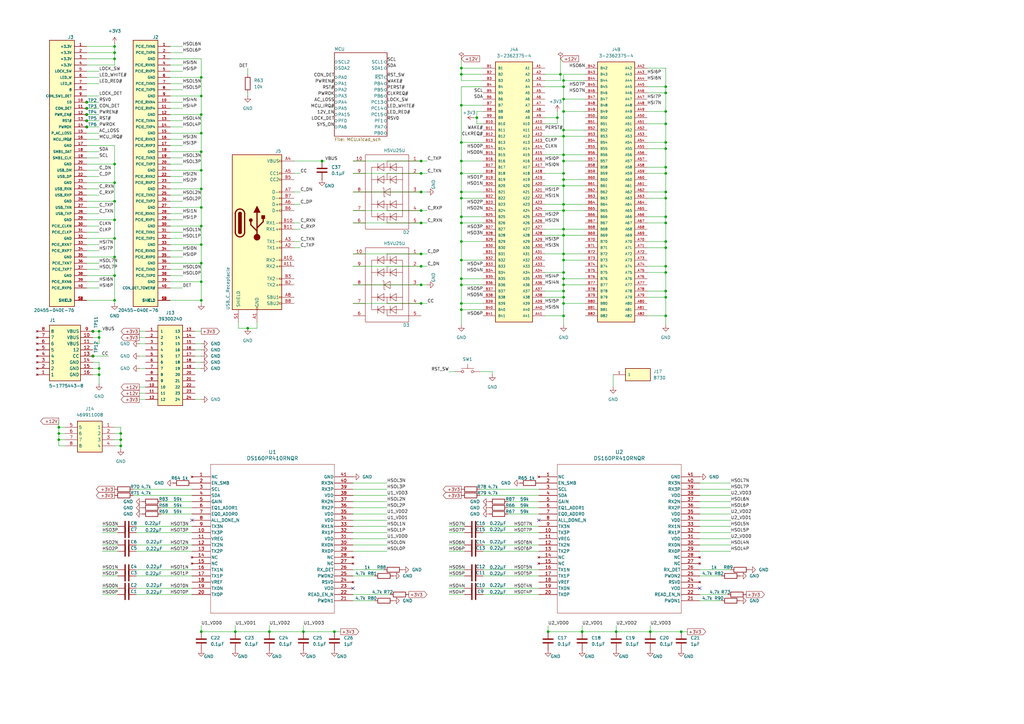
<source format=kicad_sch>
(kicad_sch (version 20250114) (generator "eeschema") (generator_version "9.0")
  (paper "A3")
  (junction (at 273.05 91.44))
  (junction (at 279.4 259.08))
  (junction (at 96.52 259.08))
  (junction (at 273.05 109.22))
  (junction (at 231.14 83.82))
  (junction (at 273.05 111.76))
  (junction (at 172.72 124.46))
  (junction (at 231.14 114.3))
  (junction (at 49.53 182.88))
  (junction (at 82.55 123.19))
  (junction (at 189.23 81.28))
  (junction (at 46.99 21.59))
  (junction (at 172.72 116.84))
  (junction (at 189.23 114.3))
  (junction (at 273.05 121.92))
  (junction (at 273.05 101.6))
  (junction (at 46.99 97.79))
  (junction (at 110.49 259.08))
  (junction (at 132.08 66.04))
  (junction (at 46.99 113.03))
  (junction (at 82.55 77.47))
  (junction (at 273.05 81.28))
  (junction (at 231.14 33.02))
  (junction (at 231.14 76.2))
  (junction (at 35.56 44.45))
  (junction (at 231.14 96.52))
  (junction (at 266.7 259.08))
  (junction (at 231.14 66.04))
  (junction (at 82.55 39.37))
  (junction (at 49.53 177.8))
  (junction (at 24.13 177.8))
  (junction (at 273.05 58.42))
  (junction (at 231.14 116.84))
  (junction (at 82.55 259.08))
  (junction (at 46.99 90.17))
  (junction (at 124.46 259.08))
  (junction (at 24.13 180.34))
  (junction (at 273.05 35.56))
  (junction (at 46.99 123.19))
  (junction (at 82.55 46.99))
  (junction (at 172.72 86.36))
  (junction (at 35.56 46.99))
  (junction (at 40.64 135.89))
  (junction (at 231.14 53.34))
  (junction (at 231.14 45.72))
  (junction (at 231.14 40.64))
  (junction (at 101.6 134.62))
  (junction (at 231.14 129.54))
  (junction (at 231.14 86.36))
  (junction (at 273.05 50.8))
  (junction (at 231.14 93.98))
  (junction (at 49.53 180.34))
  (junction (at 82.55 69.85))
  (junction (at 82.55 85.09))
  (junction (at 238.76 259.08))
  (junction (at 82.55 107.95))
  (junction (at 273.05 38.1))
  (junction (at 82.55 54.61))
  (junction (at 46.99 105.41))
  (junction (at 273.05 71.12))
  (junction (at 189.23 27.94))
  (junction (at 273.05 99.06))
  (junction (at 82.55 115.57))
  (junction (at 231.14 55.88))
  (junction (at 46.99 24.13))
  (junction (at 172.72 109.22))
  (junction (at 189.23 43.18))
  (junction (at 82.55 31.75))
  (junction (at 46.99 82.55))
  (junction (at 24.13 175.26))
  (junction (at 273.05 88.9))
  (junction (at 273.05 68.58))
  (junction (at 189.23 78.74))
  (junction (at 189.23 71.12))
  (junction (at 231.14 111.76))
  (junction (at 273.05 119.38))
  (junction (at 231.14 124.46))
  (junction (at 40.64 138.43))
  (junction (at 40.64 151.13))
  (junction (at 172.72 78.74))
  (junction (at 82.55 92.71))
  (junction (at 189.23 88.9))
  (junction (at 189.23 106.68))
  (junction (at 35.56 52.07))
  (junction (at 46.99 74.93))
  (junction (at 189.23 66.04))
  (junction (at 189.23 30.48))
  (junction (at 189.23 116.84))
  (junction (at 189.23 58.42))
  (junction (at 229.87 30.48))
  (junction (at 231.14 71.12))
  (junction (at 189.23 91.44))
  (junction (at 231.14 63.5))
  (junction (at 35.56 41.91))
  (junction (at 46.99 19.05))
  (junction (at 189.23 124.46))
  (junction (at 38.1 135.89))
  (junction (at 224.79 259.08))
  (junction (at 273.05 45.72))
  (junction (at 189.23 99.06))
  (junction (at 172.72 66.04))
  (junction (at 231.14 104.14))
  (junction (at 189.23 127))
  (junction (at 172.72 91.44))
  (junction (at 195.58 48.26))
  (junction (at 231.14 119.38))
  (junction (at 252.73 259.08))
  (junction (at 273.05 78.74))
  (junction (at 273.05 129.54))
  (junction (at 231.14 35.56))
  (junction (at 231.14 73.66))
  (junction (at 46.99 67.31))
  (junction (at 35.56 49.53))
  (junction (at 231.14 121.92))
  (junction (at 40.64 153.67))
  (junction (at 273.05 60.96))
  (junction (at 172.72 104.14))
  (junction (at 38.1 146.05))
  (junction (at 137.16 259.08))
  (junction (at 172.72 71.12))
  (junction (at 82.55 100.33))
  (junction (at 231.14 106.68))
  (junction (at 82.55 62.23))
  (junction (at 228.6 48.26))
  (no_connect (at 287.02 241.3))
  (no_connect (at 220.98 213.36))
  (no_connect (at 144.78 241.3))
  (no_connect (at 78.74 213.36))
  (wire (pts (xy 80.01 140.97) (xy 82.55 140.97)))
  (wire (pts (xy 49.53 180.34) (xy 49.53 177.8)))
  (wire (pts (xy 74.93 49.53) (xy 69.85 49.53)))
  (wire (pts (xy 189.23 71.12) (xy 198.12 71.12)))
  (wire (pts (xy 97.79 134.62) (xy 101.6 134.62)))
  (wire (pts (xy 153.67 246.38) (xy 144.78 246.38)))
  (wire (pts (xy 38.1 146.05) (xy 44.45 146.05)))
  (wire (pts (xy 46.99 90.17) (xy 46.99 97.79)))
  (wire (pts (xy 238.76 259.08) (xy 252.73 259.08)))
  (wire (pts (xy 231.14 33.02) (xy 231.14 35.56)))
  (wire (pts (xy 195.58 45.72) (xy 195.58 48.26)))
  (wire (pts (xy 35.56 105.41) (xy 46.99 105.41)))
  (wire (pts (xy 120.65 91.44) (xy 123.19 91.44)))
  (wire (pts (xy 144.78 104.14) (xy 172.72 104.14)))
  (wire (pts (xy 273.05 129.54) (xy 273.05 133.35)))
  (wire (pts (xy 231.14 104.14) (xy 240.03 104.14)))
  (wire (pts (xy 223.52 33.02) (xy 229.87 33.02)))
  (wire (pts (xy 223.52 63.5) (xy 231.14 63.5)))
  (wire (pts (xy 172.72 116.84) (xy 175.26 116.84)))
  (wire (pts (xy 144.78 215.9) (xy 158.75 215.9)))
  (wire (pts (xy 35.56 90.17) (xy 46.99 90.17)))
  (wire (pts (xy 35.56 97.79) (xy 46.99 97.79)))
  (wire (pts (xy 80.01 151.13) (xy 82.55 151.13)))
  (wire (pts (xy 35.56 52.07) (xy 40.64 52.07)))
  (wire (pts (xy 35.56 113.03) (xy 46.99 113.03)))
  (wire (pts (xy 69.85 100.33) (xy 82.55 100.33)))
  (wire (pts (xy 80.01 163.83) (xy 82.55 163.83)))
  (wire (pts (xy 144.78 109.22) (xy 172.72 109.22)))
  (wire (pts (xy 40.64 153.67) (xy 40.64 157.48)))
  (wire (pts (xy 198.12 58.42) (xy 189.23 58.42)))
  (wire (pts (xy 172.72 86.36) (xy 175.26 86.36)))
  (wire (pts (xy 223.52 86.36) (xy 231.14 86.36)))
  (wire (pts (xy 224.79 256.54) (xy 224.79 259.08)))
  (wire (pts (xy 35.56 34.29) (xy 40.64 34.29)))
  (wire (pts (xy 40.64 107.95) (xy 35.56 107.95)))
  (wire (pts (xy 82.55 115.57) (xy 82.55 123.19)))
  (wire (pts (xy 74.93 80.01) (xy 69.85 80.01)))
  (wire (pts (xy 265.43 71.12) (xy 273.05 71.12)))
  (wire (pts (xy 231.14 106.68) (xy 240.03 106.68)))
  (wire (pts (xy 40.64 77.47) (xy 35.56 77.47)))
  (wire (pts (xy 144.78 66.04) (xy 172.72 66.04)))
  (wire (pts (xy 144.78 124.46) (xy 172.72 124.46)))
  (wire (pts (xy 82.55 107.95) (xy 82.55 115.57)))
  (wire (pts (xy 231.14 63.5) (xy 231.14 66.04)))
  (wire (pts (xy 251.46 153.67) (xy 251.46 158.75)))
  (wire (pts (xy 101.6 38.1) (xy 101.6 39.37)))
  (wire (pts (xy 189.23 88.9) (xy 189.23 91.44)))
  (wire (pts (xy 40.64 85.09) (xy 35.56 85.09)))
  (wire (pts (xy 223.52 83.82) (xy 231.14 83.82)))
  (wire (pts (xy 273.05 58.42) (xy 273.05 60.96)))
  (wire (pts (xy 40.64 102.87) (xy 35.56 102.87)))
  (wire (pts (xy 82.55 259.08) (xy 96.52 259.08)))
  (wire (pts (xy 287.02 208.28) (xy 299.72 208.28)))
  (wire (pts (xy 35.56 44.45) (xy 40.64 44.45)))
  (wire (pts (xy 110.49 256.54) (xy 110.49 259.08)))
  (wire (pts (xy 189.23 66.04) (xy 198.12 66.04)))
  (wire (pts (xy 82.55 24.13) (xy 82.55 31.75)))
  (wire (pts (xy 189.23 88.9) (xy 198.12 88.9)))
  (wire (pts (xy 55.88 233.68) (xy 78.74 233.68)))
  (wire (pts (xy 198.12 215.9) (xy 220.98 215.9)))
  (wire (pts (xy 144.78 218.44) (xy 158.75 218.44)))
  (wire (pts (xy 54.61 203.2) (xy 78.74 203.2)))
  (wire (pts (xy 40.64 100.33) (xy 35.56 100.33)))
  (wire (pts (xy 229.87 33.02) (xy 229.87 30.48)))
  (wire (pts (xy 46.99 123.19) (xy 46.99 124.46)))
  (wire (pts (xy 265.43 99.06) (xy 273.05 99.06)))
  (wire (pts (xy 231.14 121.92) (xy 231.14 124.46)))
  (wire (pts (xy 189.23 127) (xy 189.23 133.35)))
  (wire (pts (xy 35.56 67.31) (xy 46.99 67.31)))
  (wire (pts (xy 35.56 74.93) (xy 46.99 74.93)))
  (wire (pts (xy 46.99 113.03) (xy 46.99 123.19)))
  (wire (pts (xy 287.02 226.06) (xy 299.72 226.06)))
  (wire (pts (xy 120.65 83.82) (xy 123.19 83.82)))
  (wire (pts (xy 55.88 236.22) (xy 78.74 236.22)))
  (wire (pts (xy 231.14 45.72) (xy 240.03 45.72)))
  (wire (pts (xy 198.12 226.06) (xy 220.98 226.06)))
  (wire (pts (xy 223.52 55.88) (xy 231.14 55.88)))
  (wire (pts (xy 231.14 40.64) (xy 240.03 40.64)))
  (wire (pts (xy 46.99 67.31) (xy 46.99 74.93)))
  (wire (pts (xy 74.93 64.77) (xy 69.85 64.77)))
  (wire (pts (xy 172.72 124.46) (xy 175.26 124.46)))
  (wire (pts (xy 172.72 104.14) (xy 175.26 104.14)))
  (wire (pts (xy 96.52 259.08) (xy 110.49 259.08)))
  (wire (pts (xy 40.64 135.89) (xy 40.64 138.43)))
  (wire (pts (xy 231.14 129.54) (xy 231.14 133.35)))
  (wire (pts (xy 240.03 30.48) (xy 231.14 30.48)))
  (wire (pts (xy 265.43 27.94) (xy 273.05 27.94)))
  (wire (pts (xy 273.05 81.28) (xy 273.05 88.9)))
  (wire (pts (xy 80.01 146.05) (xy 82.55 146.05)))
  (wire (pts (xy 40.64 148.59) (xy 40.64 151.13)))
  (wire (pts (xy 189.23 114.3) (xy 189.23 116.84)))
  (wire (pts (xy 287.02 200.66) (xy 299.72 200.66)))
  (wire (pts (xy 24.13 177.8) (xy 24.13 175.26)))
  (wire (pts (xy 40.64 69.85) (xy 35.56 69.85)))
  (wire (pts (xy 24.13 177.8) (xy 26.67 177.8)))
  (wire (pts (xy 74.93 90.17) (xy 69.85 90.17)))
  (wire (pts (xy 189.23 30.48) (xy 189.23 27.94)))
  (wire (pts (xy 69.85 24.13) (xy 82.55 24.13)))
  (wire (pts (xy 266.7 256.54) (xy 266.7 259.08)))
  (wire (pts (xy 49.53 177.8) (xy 49.53 175.26)))
  (wire (pts (xy 287.02 243.84) (xy 298.45 243.84)))
  (wire (pts (xy 231.14 35.56) (xy 231.14 40.64)))
  (wire (pts (xy 40.64 87.63) (xy 35.56 87.63)))
  (wire (pts (xy 69.85 39.37) (xy 82.55 39.37)))
  (wire (pts (xy 46.99 82.55) (xy 46.99 90.17)))
  (wire (pts (xy 189.23 33.02) (xy 189.23 30.48)))
  (wire (pts (xy 132.08 66.04) (xy 133.35 66.04)))
  (wire (pts (xy 69.85 92.71) (xy 82.55 92.71)))
  (wire (pts (xy 265.43 111.76) (xy 273.05 111.76)))
  (wire (pts (xy 40.64 118.11) (xy 35.56 118.11)))
  (wire (pts (xy 231.14 55.88) (xy 231.14 63.5)))
  (wire (pts (xy 69.85 31.75) (xy 82.55 31.75)))
  (wire (pts (xy 231.14 93.98) (xy 231.14 96.52)))
  (wire (pts (xy 184.15 215.9) (xy 190.5 215.9)))
  (wire (pts (xy 144.78 243.84) (xy 160.02 243.84)))
  (wire (pts (xy 69.85 85.09) (xy 82.55 85.09)))
  (wire (pts (xy 198.12 223.52) (xy 220.98 223.52)))
  (wire (pts (xy 120.65 93.98) (xy 123.19 93.98)))
  (wire (pts (xy 231.14 40.64) (xy 231.14 45.72)))
  (wire (pts (xy 231.14 124.46) (xy 240.03 124.46)))
  (wire (pts (xy 189.23 43.18) (xy 198.12 43.18)))
  (wire (pts (xy 82.55 85.09) (xy 82.55 92.71)))
  (wire (pts (xy 265.43 78.74) (xy 273.05 78.74)))
  (wire (pts (xy 74.93 34.29) (xy 69.85 34.29)))
  (wire (pts (xy 224.79 259.08) (xy 238.76 259.08)))
  (wire (pts (xy 46.99 19.05) (xy 46.99 17.78)))
  (wire (pts (xy 57.15 140.97) (xy 59.69 140.97)))
  (wire (pts (xy 74.93 74.93) (xy 69.85 74.93)))
  (wire (pts (xy 24.13 180.34) (xy 24.13 177.8)))
  (wire (pts (xy 189.23 116.84) (xy 198.12 116.84)))
  (wire (pts (xy 69.85 77.47) (xy 82.55 77.47)))
  (wire (pts (xy 189.23 43.18) (xy 189.23 58.42)))
  (wire (pts (xy 189.23 78.74) (xy 198.12 78.74)))
  (wire (pts (xy 287.02 220.98) (xy 299.72 220.98)))
  (wire (pts (xy 66.04 210.82) (xy 78.74 210.82)))
  (wire (pts (xy 231.14 124.46) (xy 231.14 129.54)))
  (wire (pts (xy 80.01 148.59) (xy 82.55 148.59)))
  (wire (pts (xy 208.28 205.74) (xy 220.98 205.74)))
  (wire (pts (xy 46.99 21.59) (xy 46.99 19.05)))
  (wire (pts (xy 287.02 205.74) (xy 299.72 205.74)))
  (wire (pts (xy 40.64 110.49) (xy 35.56 110.49)))
  (wire (pts (xy 144.78 208.28) (xy 158.75 208.28)))
  (wire (pts (xy 223.52 121.92) (xy 231.14 121.92)))
  (wire (pts (xy 231.14 104.14) (xy 231.14 106.68)))
  (wire (pts (xy 265.43 119.38) (xy 273.05 119.38)))
  (wire (pts (xy 287.02 198.12) (xy 299.72 198.12)))
  (wire (pts (xy 231.14 83.82) (xy 240.03 83.82)))
  (wire (pts (xy 74.93 44.45) (xy 69.85 44.45)))
  (wire (pts (xy 49.53 177.8) (xy 46.99 177.8)))
  (wire (pts (xy 231.14 53.34) (xy 240.03 53.34)))
  (wire (pts (xy 74.93 82.55) (xy 69.85 82.55)))
  (wire (pts (xy 189.23 58.42) (xy 189.23 66.04)))
  (wire (pts (xy 35.56 46.99) (xy 40.64 46.99)))
  (wire (pts (xy 223.52 35.56) (xy 231.14 35.56)))
  (wire (pts (xy 35.56 24.13) (xy 46.99 24.13)))
  (wire (pts (xy 101.6 134.62) (xy 105.41 134.62)))
  (wire (pts (xy 144.78 210.82) (xy 158.75 210.82)))
  (wire (pts (xy 273.05 121.92) (xy 273.05 129.54)))
  (wire (pts (xy 231.14 76.2) (xy 231.14 83.82)))
  (wire (pts (xy 172.72 91.44) (xy 175.26 91.44)))
  (wire (pts (xy 287.02 210.82) (xy 299.72 210.82)))
  (wire (pts (xy 35.56 31.75) (xy 40.64 31.75)))
  (wire (pts (xy 201.93 152.4) (xy 201.93 153.67)))
  (wire (pts (xy 273.05 109.22) (xy 273.05 111.76)))
  (wire (pts (xy 55.88 215.9) (xy 78.74 215.9)))
  (wire (pts (xy 96.52 256.54) (xy 96.52 259.08)))
  (wire (pts (xy 74.93 97.79) (xy 69.85 97.79)))
  (wire (pts (xy 287.02 223.52) (xy 299.72 223.52)))
  (wire (pts (xy 55.88 226.06) (xy 78.74 226.06)))
  (wire (pts (xy 229.87 24.13) (xy 229.87 30.48)))
  (wire (pts (xy 144.78 86.36) (xy 172.72 86.36)))
  (wire (pts (xy 82.55 62.23) (xy 82.55 69.85)))
  (wire (pts (xy 265.43 91.44) (xy 273.05 91.44)))
  (wire (pts (xy 82.55 39.37) (xy 82.55 46.99)))
  (wire (pts (xy 101.6 27.94) (xy 101.6 30.48)))
  (wire (pts (xy 74.93 110.49) (xy 69.85 110.49)))
  (wire (pts (xy 120.65 66.04) (xy 132.08 66.04)))
  (wire (pts (xy 35.56 82.55) (xy 46.99 82.55)))
  (wire (pts (xy 196.85 203.2) (xy 220.98 203.2)))
  (wire (pts (xy 223.52 96.52) (xy 231.14 96.52)))
  (wire (pts (xy 82.55 31.75) (xy 82.55 39.37)))
  (wire (pts (xy 223.52 30.48) (xy 229.87 30.48)))
  (wire (pts (xy 35.56 21.59) (xy 46.99 21.59)))
  (wire (pts (xy 198.12 33.02) (xy 189.23 33.02)))
  (wire (pts (xy 273.05 27.94) (xy 273.05 35.56)))
  (wire (pts (xy 35.56 26.67) (xy 46.99 26.67)))
  (wire (pts (xy 41.91 236.22) (xy 48.26 236.22)))
  (wire (pts (xy 144.78 116.84) (xy 172.72 116.84)))
  (wire (pts (xy 69.85 46.99) (xy 82.55 46.99)))
  (wire (pts (xy 189.23 124.46) (xy 198.12 124.46)))
  (wire (pts (xy 231.14 86.36) (xy 231.14 93.98)))
  (wire (pts (xy 49.53 184.15) (xy 49.53 182.88)))
  (wire (pts (xy 265.43 38.1) (xy 273.05 38.1)))
  (wire (pts (xy 74.93 105.41) (xy 69.85 105.41)))
  (wire (pts (xy 198.12 35.56) (xy 189.23 35.56)))
  (wire (pts (xy 273.05 101.6) (xy 273.05 109.22)))
  (wire (pts (xy 184.15 241.3) (xy 190.5 241.3)))
  (wire (pts (xy 295.91 236.22) (xy 287.02 236.22)))
  (wire (pts (xy 273.05 50.8) (xy 273.05 58.42)))
  (wire (pts (xy 279.4 259.08) (xy 281.94 259.08)))
  (wire (pts (xy 223.52 119.38) (xy 231.14 119.38)))
  (wire (pts (xy 69.85 54.61) (xy 82.55 54.61)))
  (wire (pts (xy 57.15 158.75) (xy 59.69 158.75)))
  (wire (pts (xy 195.58 48.26) (xy 195.58 50.8)))
  (wire (pts (xy 41.91 223.52) (xy 48.26 223.52)))
  (wire (pts (xy 220.98 200.66) (xy 196.85 200.66)))
  (wire (pts (xy 198.12 45.72) (xy 195.58 45.72)))
  (wire (pts (xy 74.93 102.87) (xy 69.85 102.87)))
  (wire (pts (xy 265.43 129.54) (xy 273.05 129.54)))
  (wire (pts (xy 273.05 99.06) (xy 273.05 101.6)))
  (wire (pts (xy 144.78 198.12) (xy 158.75 198.12)))
  (wire (pts (xy 231.14 114.3) (xy 231.14 116.84)))
  (wire (pts (xy 228.6 45.72) (xy 228.6 48.26)))
  (wire (pts (xy 208.28 210.82) (xy 220.98 210.82)))
  (wire (pts (xy 231.14 96.52) (xy 240.03 96.52)))
  (wire (pts (xy 49.53 175.26) (xy 46.99 175.26)))
  (wire (pts (xy 57.15 161.29) (xy 59.69 161.29)))
  (wire (pts (xy 287.02 203.2) (xy 299.72 203.2)))
  (wire (pts (xy 287.02 213.36) (xy 299.72 213.36)))
  (wire (pts (xy 231.14 106.68) (xy 231.14 111.76)))
  (wire (pts (xy 265.43 45.72) (xy 273.05 45.72)))
  (wire (pts (xy 208.28 208.28) (xy 220.98 208.28)))
  (wire (pts (xy 184.15 243.84) (xy 190.5 243.84)))
  (wire (pts (xy 189.23 106.68) (xy 189.23 114.3)))
  (wire (pts (xy 57.15 146.05) (xy 59.69 146.05)))
  (wire (pts (xy 24.13 182.88) (xy 24.13 180.34)))
  (wire (pts (xy 35.56 59.69) (xy 46.99 59.69)))
  (wire (pts (xy 40.64 92.71) (xy 35.56 92.71)))
  (wire (pts (xy 189.23 116.84) (xy 189.23 124.46)))
  (wire (pts (xy 82.55 92.71) (xy 82.55 100.33)))
  (wire (pts (xy 231.14 63.5) (xy 240.03 63.5)))
  (wire (pts (xy 57.15 151.13) (xy 59.69 151.13)))
  (wire (pts (xy 35.56 57.15) (xy 40.64 57.15)))
  (wire (pts (xy 80.01 143.51) (xy 82.55 143.51)))
  (wire (pts (xy 74.93 95.25) (xy 69.85 95.25)))
  (wire (pts (xy 265.43 50.8) (xy 273.05 50.8)))
  (wire (pts (xy 35.56 54.61) (xy 40.64 54.61)))
  (wire (pts (xy 26.67 182.88) (xy 24.13 182.88)))
  (wire (pts (xy 120.65 78.74) (xy 123.19 78.74)))
  (wire (pts (xy 273.05 119.38) (xy 273.05 121.92)))
  (wire (pts (xy 46.99 24.13) (xy 46.99 21.59)))
  (wire (pts (xy 74.93 87.63) (xy 69.85 87.63)))
  (wire (pts (xy 231.14 83.82) (xy 231.14 86.36)))
  (wire (pts (xy 144.78 91.44) (xy 172.72 91.44)))
  (wire (pts (xy 189.23 91.44) (xy 198.12 91.44)))
  (wire (pts (xy 41.91 215.9) (xy 48.26 215.9)))
  (wire (pts (xy 189.23 99.06) (xy 189.23 106.68)))
  (wire (pts (xy 265.43 81.28) (xy 273.05 81.28)))
  (wire (pts (xy 74.93 59.69) (xy 69.85 59.69)))
  (wire (pts (xy 223.52 129.54) (xy 231.14 129.54)))
  (wire (pts (xy 198.12 233.68) (xy 220.98 233.68)))
  (wire (pts (xy 231.14 73.66) (xy 231.14 76.2)))
  (wire (pts (xy 273.05 71.12) (xy 273.05 78.74)))
  (wire (pts (xy 40.64 62.23) (xy 35.56 62.23)))
  (wire (pts (xy 144.78 78.74) (xy 172.72 78.74)))
  (wire (pts (xy 189.23 78.74) (xy 189.23 81.28)))
  (wire (pts (xy 69.85 62.23) (xy 82.55 62.23)))
  (wire (pts (xy 231.14 55.88) (xy 240.03 55.88)))
  (wire (pts (xy 46.99 74.93) (xy 46.99 82.55)))
  (wire (pts (xy 38.1 140.97) (xy 40.64 140.97)))
  (wire (pts (xy 69.85 123.19) (xy 82.55 123.19)))
  (wire (pts (xy 35.56 123.19) (xy 46.99 123.19)))
  (wire (pts (xy 137.16 259.08) (xy 139.7 259.08)))
  (wire (pts (xy 41.91 241.3) (xy 48.26 241.3)))
  (wire (pts (xy 144.78 223.52) (xy 158.75 223.52)))
  (wire (pts (xy 40.64 115.57) (xy 35.56 115.57)))
  (wire (pts (xy 41.91 233.68) (xy 48.26 233.68)))
  (wire (pts (xy 189.23 106.68) (xy 198.12 106.68)))
  (wire (pts (xy 144.78 203.2) (xy 158.75 203.2)))
  (wire (pts (xy 273.05 60.96) (xy 273.05 68.58)))
  (wire (pts (xy 231.14 96.52) (xy 231.14 104.14)))
  (wire (pts (xy 38.1 151.13) (xy 40.64 151.13)))
  (wire (pts (xy 40.64 64.77) (xy 35.56 64.77)))
  (wire (pts (xy 287.02 218.44) (xy 299.72 218.44)))
  (wire (pts (xy 24.13 175.26) (xy 26.67 175.26)))
  (wire (pts (xy 273.05 88.9) (xy 273.05 91.44)))
  (wire (pts (xy 55.88 243.84) (xy 78.74 243.84)))
  (wire (pts (xy 74.93 19.05) (xy 69.85 19.05)))
  (wire (pts (xy 74.93 29.21) (xy 69.85 29.21)))
  (wire (pts (xy 46.99 182.88) (xy 49.53 182.88)))
  (wire (pts (xy 82.55 256.54) (xy 82.55 259.08)))
  (wire (pts (xy 231.14 30.48) (xy 231.14 33.02)))
  (wire (pts (xy 69.85 115.57) (xy 82.55 115.57)))
  (wire (pts (xy 172.72 109.22) (xy 175.26 109.22)))
  (wire (pts (xy 40.64 138.43) (xy 40.64 140.97)))
  (wire (pts (xy 223.52 48.26) (xy 228.6 48.26)))
  (wire (pts (xy 69.85 107.95) (xy 82.55 107.95)))
  (wire (pts (xy 41.91 226.06) (xy 48.26 226.06)))
  (wire (pts (xy 265.43 109.22) (xy 273.05 109.22)))
  (wire (pts (xy 189.23 66.04) (xy 189.23 71.12)))
  (wire (pts (xy 231.14 86.36) (xy 240.03 86.36)))
  (wire (pts (xy 82.55 100.33) (xy 82.55 107.95)))
  (wire (pts (xy 231.14 45.72) (xy 231.14 53.34)))
  (wire (pts (xy 35.56 41.91) (xy 40.64 41.91)))
  (wire (pts (xy 24.13 180.34) (xy 26.67 180.34)))
  (wire (pts (xy 80.01 135.89) (xy 82.55 135.89)))
  (wire (pts (xy 265.43 35.56) (xy 273.05 35.56)))
  (wire (pts (xy 74.93 26.67) (xy 69.85 26.67)))
  (wire (pts (xy 184.15 223.52) (xy 190.5 223.52)))
  (wire (pts (xy 82.55 46.99) (xy 82.55 54.61)))
  (wire (pts (xy 49.53 182.88) (xy 49.53 180.34)))
  (wire (pts (xy 97.79 132.08) (xy 97.79 134.62)))
  (wire (pts (xy 231.14 73.66) (xy 240.03 73.66)))
  (wire (pts (xy 41.91 218.44) (xy 48.26 218.44)))
  (wire (pts (xy 252.73 259.08) (xy 266.7 259.08)))
  (wire (pts (xy 144.78 205.74) (xy 158.75 205.74)))
  (wire (pts (xy 231.14 93.98) (xy 240.03 93.98)))
  (wire (pts (xy 228.6 50.8) (xy 228.6 48.26)))
  (wire (pts (xy 66.04 208.28) (xy 78.74 208.28)))
  (wire (pts (xy 144.78 220.98) (xy 158.75 220.98)))
  (wire (pts (xy 223.52 111.76) (xy 231.14 111.76)))
  (wire (pts (xy 273.05 78.74) (xy 273.05 81.28)))
  (wire (pts (xy 82.55 123.19) (xy 82.55 124.46)))
  (wire (pts (xy 172.72 71.12) (xy 175.26 71.12)))
  (wire (pts (xy 120.65 101.6) (xy 123.19 101.6)))
  (wire (pts (xy 38.1 148.59) (xy 40.64 148.59)))
  (wire (pts (xy 49.53 180.34) (xy 46.99 180.34)))
  (wire (pts (xy 273.05 91.44) (xy 273.05 99.06)))
  (wire (pts (xy 57.15 138.43) (xy 59.69 138.43)))
  (wire (pts (xy 231.14 66.04) (xy 240.03 66.04)))
  (wire (pts (xy 41.91 243.84) (xy 48.26 243.84)))
  (wire (pts (xy 189.23 71.12) (xy 189.23 78.74)))
  (wire (pts (xy 55.88 223.52) (xy 78.74 223.52)))
  (wire (pts (xy 40.64 151.13) (xy 40.64 153.67)))
  (wire (pts (xy 82.55 54.61) (xy 82.55 62.23)))
  (wire (pts (xy 273.05 68.58) (xy 273.05 71.12)))
  (wire (pts (xy 57.15 135.89) (xy 59.69 135.89)))
  (wire (pts (xy 189.23 99.06) (xy 198.12 99.06)))
  (wire (pts (xy 195.58 50.8) (xy 198.12 50.8)))
  (wire (pts (xy 231.14 66.04) (xy 231.14 71.12)))
  (wire (pts (xy 231.14 53.34) (xy 231.14 55.88)))
  (wire (pts (xy 35.56 19.05) (xy 46.99 19.05)))
  (wire (pts (xy 265.43 121.92) (xy 273.05 121.92)))
  (wire (pts (xy 223.52 93.98) (xy 231.14 93.98)))
  (wire (pts (xy 189.23 127) (xy 198.12 127)))
  (wire (pts (xy 266.7 259.08) (xy 279.4 259.08)))
  (wire (pts (xy 223.52 50.8) (xy 228.6 50.8)))
  (wire (pts (xy 74.93 21.59) (xy 69.85 21.59)))
  (wire (pts (xy 74.93 57.15) (xy 69.85 57.15)))
  (wire (pts (xy 273.05 111.76) (xy 273.05 119.38)))
  (wire (pts (xy 265.43 58.42) (xy 273.05 58.42)))
  (wire (pts (xy 189.23 91.44) (xy 189.23 99.06)))
  (wire (pts (xy 144.78 200.66) (xy 158.75 200.66)))
  (wire (pts (xy 198.12 30.48) (xy 189.23 30.48)))
  (wire (pts (xy 110.49 259.08) (xy 124.46 259.08)))
  (wire (pts (xy 198.12 241.3) (xy 220.98 241.3)))
  (wire (pts (xy 144.78 213.36) (xy 158.75 213.36)))
  (wire (pts (xy 24.13 172.72) (xy 24.13 175.26)))
  (wire (pts (xy 38.1 138.43) (xy 40.64 138.43)))
  (wire (pts (xy 299.72 233.68) (xy 287.02 233.68)))
  (wire (pts (xy 231.14 71.12) (xy 231.14 73.66)))
  (wire (pts (xy 184.15 152.4) (xy 186.69 152.4)))
  (wire (pts (xy 120.65 99.06) (xy 123.19 99.06)))
  (wire (pts (xy 40.64 49.53) (xy 35.56 49.53)))
  (wire (pts (xy 172.72 66.04) (xy 175.26 66.04)))
  (wire (pts (xy 38.1 153.67) (xy 40.64 153.67)))
  (wire (pts (xy 66.04 205.74) (xy 78.74 205.74)))
  (wire (pts (xy 172.72 78.74) (xy 175.26 78.74)))
  (wire (pts (xy 194.31 48.26) (xy 195.58 48.26)))
  (wire (pts (xy 46.99 105.41) (xy 46.99 113.03)))
  (wire (pts (xy 231.14 116.84) (xy 240.03 116.84)))
  (wire (pts (xy 238.76 256.54) (xy 238.76 259.08)))
  (wire (pts (xy 252.73 256.54) (xy 252.73 259.08)))
  (wire (pts (xy 40.64 80.01) (xy 35.56 80.01)))
  (wire (pts (xy 287.02 215.9) (xy 299.72 215.9)))
  (wire (pts (xy 231.14 114.3) (xy 240.03 114.3)))
  (wire (pts (xy 69.85 69.85) (xy 82.55 69.85)))
  (wire (pts (xy 196.85 152.4) (xy 201.93 152.4)))
  (wire (pts (xy 273.05 38.1) (xy 273.05 45.72)))
  (wire (pts (xy 57.15 163.83) (xy 59.69 163.83)))
  (wire (pts (xy 82.55 77.47) (xy 82.55 85.09)))
  (wire (pts (xy 144.78 71.12) (xy 172.72 71.12)))
  (wire (pts (xy 198.12 236.22) (xy 220.98 236.22)))
  (wire (pts (xy 184.15 233.68) (xy 190.5 233.68)))
  (wire (pts (xy 46.99 97.79) (xy 46.99 105.41)))
  (wire (pts (xy 35.56 39.37) (xy 40.64 39.37)))
  (wire (pts (xy 189.23 81.28) (xy 189.23 88.9)))
  (wire (pts (xy 198.12 27.94) (xy 189.23 27.94)))
  (wire (pts (xy 74.93 41.91) (xy 69.85 41.91)))
  (wire (pts (xy 184.15 226.06) (xy 190.5 226.06)))
  (wire (pts (xy 144.78 226.06) (xy 158.75 226.06)))
  (wire (pts (xy 46.99 26.67) (xy 46.99 24.13)))
  (wire (pts (xy 223.52 71.12) (xy 231.14 71.12)))
  (wire (pts (xy 74.93 113.03) (xy 69.85 113.03)))
  (wire (pts (xy 82.55 69.85) (xy 82.55 77.47)))
  (wire (pts (xy 189.23 114.3) (xy 198.12 114.3)))
  (wire (pts (xy 40.64 95.25) (xy 35.56 95.25)))
  (wire (pts (xy 69.85 118.11) (xy 74.93 118.11)))
  (wire (pts (xy 198.12 243.84) (xy 220.98 243.84)))
  (wire (pts (xy 265.43 88.9) (xy 273.05 88.9)))
  (wire (pts (xy 231.14 111.76) (xy 231.14 114.3)))
  (wire (pts (xy 38.1 135.89) (xy 40.64 135.89)))
  (wire (pts (xy 295.91 246.38) (xy 287.02 246.38)))
  (wire (pts (xy 223.52 104.14) (xy 231.14 104.14)))
  (wire (pts (xy 78.74 200.66) (xy 54.61 200.66)))
  (wire (pts (xy 46.99 59.69) (xy 46.99 67.31)))
  (wire (pts (xy 184.15 236.22) (xy 190.5 236.22)))
  (wire (pts (xy 74.93 36.83) (xy 69.85 36.83)))
  (wire (pts (xy 74.93 52.07) (xy 69.85 52.07)))
  (wire (pts (xy 189.23 81.28) (xy 198.12 81.28)))
  (wire (pts (xy 265.43 101.6) (xy 273.05 101.6)))
  (wire (pts (xy 157.48 233.68) (xy 144.78 233.68)))
  (wire (pts (xy 124.46 259.08) (xy 137.16 259.08)))
  (wire (pts (xy 189.23 35.56) (xy 189.23 43.18)))
  (wire (pts (xy 35.56 29.21) (xy 40.64 29.21)))
  (wire (pts (xy 231.14 119.38) (xy 231.14 121.92)))
  (wire (pts (xy 189.23 124.46) (xy 189.23 127)))
  (wire (pts (xy 41.91 135.89) (xy 40.64 135.89)))
  (wire (pts (xy 198.12 218.44) (xy 220.98 218.44)))
  (wire (pts (xy 153.67 236.22) (xy 144.78 236.22)))
  (wire (pts (xy 265.43 68.58) (xy 273.05 68.58)))
  (wire (pts (xy 265.43 60.96) (xy 273.05 60.96)))
  (wire (pts (xy 231.14 116.84) (xy 231.14 119.38)))
  (wire (pts (xy 231.14 76.2) (xy 240.03 76.2)))
  (wire (pts (xy 40.64 72.39) (xy 35.56 72.39)))
  (wire (pts (xy 273.05 45.72) (xy 273.05 50.8)))
  (wire (pts (xy 55.88 241.3) (xy 78.74 241.3)))
  (wire (pts (xy 74.93 72.39) (xy 69.85 72.39)))
  (wire (pts (xy 273.05 35.56) (xy 273.05 38.1)))
  (wire (pts (xy 124.46 256.54) (xy 124.46 259.08)))
  (wire (pts (xy 189.23 24.13) (xy 189.23 27.94)))
  (wire (pts (xy 231.14 33.02) (xy 240.03 33.02)))
  (wire (pts (xy 184.15 218.44) (xy 190.5 218.44)))
  (wire (pts (xy 55.88 218.44) (xy 78.74 218.44)))
  (wire (pts (xy 120.65 71.12) (xy 123.19 71.12)))
  (wire (pts (xy 105.41 134.62) (xy 105.41 132.08)))
  (wire (pts (xy 74.93 67.31) (xy 69.85 67.31)))
  (wire (pts (xy 223.52 76.2) (xy 231.14 76.2)))
  (label "HSO1N" (at 198.12 76.2 180))
  (label "HSI2P" (at 74.93 74.93 0))
  (label "HSO0P" (at 41.91 243.84 0))
  (label "U1_VDD3" (at 124.46 256.54 0))
  (label "HSOL2P" (at 158.75 208.28 0))
  (label "HSOL6P" (at 74.93 21.59 0))
  (label "CC" (at 175.26 124.46 0))
  (label "HSI5P" (at 223.52 124.46 0))
  (label "HSI5P" (at 74.93 29.21 0))
  (label "C_RXN" (at 175.26 91.44 0))
  (label "HSOT7P" (at 210.82 218.44 0))
  (label "PWROK" (at 137.16 39.37 180))
  (label "U1_VDD2" (at 158.75 210.82 0))
  (label "HSOT6N" (at 210.82 223.52 0))
  (label "C_DP" (at 123.19 83.82 0))
  (label "HSO3P" (at 198.12 93.98 180))
  (label "SDA" (at 40.64 62.23 0))
  (label "HSO6N" (at 184.15 223.52 0))
  (label "HSI3P" (at 223.52 99.06 0))
  (label "RSV0" (at 158.75 49.53 0))
  (label "HSI0P" (at 223.52 66.04 0))
  (label "LED_RED#" (at 40.64 34.29 0))
  (label "U2_VDD1" (at 299.72 213.36 0))
  (label "LOCK_SW" (at 40.64 29.21 0))
  (label "CLKN" (at 223.52 60.96 0))
  (label "SDA" (at 158.75 27.94 0))
  (label "PWROK" (at 40.64 52.07 0))
  (label "VBUS" (at 133.35 66.04 0))
  (label "CLKN" (at 40.64 92.71 0))
  (label "U1_VDD1" (at 96.52 256.54 0))
  (label "HSO1P" (at 41.91 236.22 0))
  (label "HSOT2P" (at 69.85 226.06 0))
  (label "HSI0N" (at 74.93 102.87 0))
  (label "HSO4P" (at 198.12 109.22 180))
  (label "HSOT5P" (at 210.82 236.22 0))
  (label "HSO2P" (at 198.12 83.82 180))
  (label "HSOL6P" (at 299.72 208.28 0))
  (label "HSO4N" (at 198.12 111.76 180))
  (label "HSOL3P" (at 158.75 200.66 0))
  (label "U1_VDD3" (at 158.75 203.2 0))
  (label "SCL" (at 158.75 25.4 0))
  (label "C_RXN" (at 123.19 91.44 0))
  (label "C_DN" (at 175.26 109.22 0))
  (label "DET" (at 74.93 118.11 0))
  (label "U2_VDD2" (at 252.73 256.54 0))
  (label "C_DP" (at 40.64 72.39 0))
  (label "C_TXN" (at 40.64 87.63 0))
  (label "HSOT5N" (at 210.82 233.68 0))
  (label "HSOL5N" (at 74.93 34.29 0))
  (label "HSO5P" (at 184.15 236.22 0))
  (label "PWREN#" (at 40.64 46.99 0))
  (label "HSO3N" (at 198.12 96.52 180))
  (label "WAKE#" (at 198.12 53.34 180))
  (label "SDA" (at 198.12 40.64 180))
  (label "HSO6P" (at 184.15 226.06 0))
  (label "HSI3P" (at 74.93 59.69 0))
  (label "CON_DET" (at 137.16 31.75 180))
  (label "HSO7P" (at 184.15 218.44 0))
  (label "HSOL2N" (at 158.75 205.74 0))
  (label "HSOL3N" (at 158.75 198.12 0))
  (label "HSO0N" (at 41.91 241.3 0))
  (label "HSOT6P" (at 210.82 226.06 0))
  (label "HSI4N" (at 223.52 116.84 0))
  (label "12V_EN" (at 137.16 46.99 180))
  (label "MCU_IRQ#" (at 40.64 57.15 0))
  (label "U2_VDD1" (at 238.76 256.54 0))
  (label "HSOL2P" (at 74.93 82.55 0))
  (label "HSI6P" (at 265.43 30.48 0))
  (label "HSI4N" (at 74.93 41.91 0))
  (label "CLKREQ#" (at 158.75 39.37 0))
  (label "HSOL5P" (at 74.93 36.83 0))
  (label "HSO5P" (at 198.12 119.38 180))
  (label "HSOT7N" (at 210.82 215.9 0))
  (label "HSI4P" (at 223.52 114.3 0))
  (label "HSI4P" (at 74.93 44.45 0))
  (label "HSO7N" (at 240.03 38.1 180))
  (label "HSOT4N" (at 210.82 241.3 0))
  (label "HSOT4P" (at 210.82 243.84 0))
  (label "PWREN#" (at 137.16 34.29 180))
  (label "U1_VDD1" (at 158.75 213.36 0))
  (label "LOCK_DET" (at 40.64 39.37 0))
  (label "HSI7N" (at 40.64 100.33 0))
  (label "HSOL4P" (at 299.72 226.06 0))
  (label "U2_VDD0" (at 224.79 256.54 0))
  (label "HSOL1N" (at 158.75 215.9 0))
  (label "AC_LOSS" (at 40.64 54.61 0))
  (label "HSO5N" (at 184.15 233.68 0))
  (label "HSOT2N" (at 69.85 223.52 0))
  (label "HSI5N" (at 74.93 26.67 0))
  (label "SCL" (at 40.64 64.77 0))
  (label "U1_VDD2" (at 110.49 256.54 0))
  (label "C_TXP" (at 175.26 66.04 0))
  (label "RSV0" (at 40.64 41.91 0))
  (label "HSOL5N" (at 299.72 215.9 0))
  (label "HSOL4N" (at 299.72 223.52 0))
  (label "LED_RED#" (at 158.75 46.99 0))
  (label "HSI6N" (at 265.43 33.02 0))
  (label "HSOT0N" (at 69.85 241.3 0))
  (label "HSO7P" (at 240.03 35.56 180))
  (label "U1_VDD0" (at 158.75 220.98 0))
  (label "HSOL0P" (at 74.93 113.03 0))
  (label "HSO0P" (at 198.12 60.96 180))
  (label "HSOT3N" (at 69.85 215.9 0))
  (label "C_DN" (at 123.19 78.74 0))
  (label "HSOL7P" (at 299.72 200.66 0))
  (label "HSO1P" (at 198.12 73.66 180))
  (label "HSI7P" (at 265.43 40.64 0))
  (label "HSO4N" (at 184.15 241.3 0))
  (label "HSO2N" (at 198.12 86.36 180))
  (label "HSOL7P" (at 40.64 110.49 0))
  (label "HSO3P" (at 41.91 218.44 0))
  (label "LOCK_SW" (at 158.75 41.91 0))
  (label "HSI0N" (at 223.52 68.58 0))
  (label "HSOL2N" (at 74.93 80.01 0))
  (label "VBUS" (at 41.91 135.89 0))
  (label "HSI5N" (at 223.52 127 0))
  (label "C_RXN" (at 40.64 77.47 0))
  (label "HSOL3N" (at 74.93 64.77 0))
  (label "CC" (at 44.45 146.05 180))
  (label "HSO7N" (at 184.15 215.9 0))
  (label "HSO3N" (at 41.91 215.9 0))
  (label "HSOL0N" (at 158.75 223.52 0))
  (label "HSOL4N" (at 74.93 49.53 0))
  (label "PERST#" (at 223.52 53.34 0))
  (label "PERST#" (at 158.75 36.83 0))
  (label "C_RXP" (at 40.64 80.01 0))
  (label "HSI1N" (at 74.93 87.63 0))
  (label "HSOL7N" (at 40.64 107.95 0))
  (label "LED_WHITE#" (at 158.75 44.45 0))
  (label "HSI1N" (at 223.52 81.28 0))
  (label "DET" (at 101.6 27.94 180))
  (label "AC_LOSS" (at 137.16 41.91 180))
  (label "CLKP" (at 40.64 95.25 0))
  (label "C_DN" (at 40.64 69.85 0))
  (label "HSI1P" (at 223.52 78.74 0))
  (label "C_RXP" (at 175.26 86.36 0))
  (label "MCU_IRQ#" (at 137.16 44.45 180))
  (label "WAKE#" (at 158.75 34.29 0))
  (label "HSOT3P" (at 69.85 218.44 0))
  (label "HSOL5P" (at 299.72 218.44 0))
  (label "U1_VDD0" (at 82.55 256.54 0))
  (label "CC" (at 123.19 71.12 0))
  (label "C_TXP" (at 123.19 101.6 0))
  (label "C_TXN" (at 123.19 99.06 0))
  (label "HSO1N" (at 41.91 233.68 0))
  (label "CLKREQ#" (at 198.12 55.88 180))
  (label "U2_VDD3" (at 299.72 203.2 0))
  (label "HSOL0P" (at 158.75 226.06 0))
  (label "RST#" (at 137.16 36.83 180))
  (label "HSOL6N" (at 299.72 205.74 0))
  (label "C_DP" (at 175.26 104.14 0))
  (label "U2_VDD0" (at 299.72 220.98 0))
  (label "RST#" (at 40.64 49.53 0))
  (label "U2_VDD3" (at 266.7 256.54 0))
  (label "RST_SW" (at 158.75 31.75 0))
  (label "HSOL7N" (at 299.72 198.12 0))
  (label "HSI6P" (at 40.64 118.11 0))
  (label "HSO0N" (at 198.12 63.5 180))
  (label "C_TXN" (at 175.26 71.12 0))
  (label "HSO6N" (at 240.03 27.94 180))
  (label "HSI2N" (at 74.93 72.39 0))
  (label "HSO4P" (at 184.15 243.84 0))
  (label "C_TXP" (at 40.64 85.09 0))
  (label "HSOL3P" (at 74.93 67.31 0))
  (label "CLKP" (at 223.52 58.42 0))
  (label "HSI6N" (at 40.64 115.57 0))
  (label "HSOL6N" (at 74.93 19.05 0))
  (label "C_RXP" (at 123.19 93.98 0))
  (label "HSO5N" (at 198.12 121.92 180))
  (label "CON_DET" (at 40.64 44.45 0))
  (label "HSO6P" (at 198.12 129.54 180))
  (label "HSO2N" (at 41.91 223.52 0))
  (label "SCL" (at 198.12 38.1 180))
  (label "HSOL0N" (at 74.93 110.49 0))
  (label "HSOL4P" (at 74.93 52.07 0))
  (label "HSO2P" (at 41.91 226.06 0))
  (label "HSOT0P" (at 69.85 243.84 0))
  (label "HSOL1P" (at 74.93 97.79 0))
  (label "HSOT1P" (at 69.85 236.22 0))
  (label "HSI3N" (at 74.93 57.15 0))
  (label "HSOL1N" (at 74.93 95.25 0))
  (label "RST_SW" (at 184.15 152.4 180))
  (label "HSOT1N" (at 69.85 233.68 0))
  (label "LED_WHITE#" (at 40.64 31.75 0))
  (label "HSI2N" (at 223.52 91.44 0))
  (label "HSI2P" (at 223.52 88.9 0))
  (label "HSI0P" (at 74.93 105.41 0))
  (label "HSI7N" (at 265.43 43.18 0))
  (label "LOCK_DET" (at 137.16 49.53 180))
  (label "HSI7P" (at 40.64 102.87 0))
  (label "HSI1P" (at 74.93 90.17 0))
  (label "SYS_ON" (at 137.16 52.07 180))
  (label "U2_VDD2" (at 299.72 210.82 0))
  (label "HSOL1P" (at 158.75 218.44 0))
  (label "HSI3N" (at 223.52 101.6 0))
  (global_label "+3V3" (shape output) (at 167.64 243.84 0) (property "Intersheetrefs" "${INTERSHEET_REFS}" (effects (hide yes))))
  (global_label "+3V3" (shape output) (at 306.07 243.84 0) (property "Intersheetrefs" "${INTERSHEET_REFS}" (effects (hide yes))))
  (global_label "+3V3" (shape output) (at 57.15 135.89 180) (property "Intersheetrefs" "${INTERSHEET_REFS}" (effects (hide yes))))
  (global_label "+12V" (shape output) (at 57.15 158.75 180) (property "Intersheetrefs" "${INTERSHEET_REFS}" (effects (hide yes))))
  (global_label "+3V3" (shape output) (at 82.55 135.89 0) (property "Intersheetrefs" "${INTERSHEET_REFS}" (effects (hide yes))))
  (global_label "+3V3" (shape output) (at 57.15 163.83 180) (property "Intersheetrefs" "${INTERSHEET_REFS}" (effects (hide yes))))
  (global_label "+3V3" (shape output) (at 189.23 200.66 180) (property "Intersheetrefs" "${INTERSHEET_REFS}" (effects (hide yes))))
  (global_label "+12V" (shape input) (at 229.87 24.13 0) (property "Intersheetrefs" "${INTERSHEET_REFS}" (effects (hide yes))))
  (global_label "+3V3" (shape output) (at 57.15 138.43 180) (property "Intersheetrefs" "${INTERSHEET_REFS}" (effects (hide yes))))
  (global_label "+3V3" (shape output) (at 189.23 203.2 180) (property "Intersheetrefs" "${INTERSHEET_REFS}" (effects (hide yes))))
  (global_label "+12V" (shape output) (at 24.13 172.72 180) (property "Intersheetrefs" "${INTERSHEET_REFS}" (effects (hide yes))))
  (global_label "+3V3" (shape output) (at 46.99 203.2 180) (property "Intersheetrefs" "${INTERSHEET_REFS}" (effects (hide yes))))
  (global_label "+3V3" (shape output) (at 46.99 200.66 180) (property "Intersheetrefs" "${INTERSHEET_REFS}" (effects (hide yes))))
  (global_label "+12V" (shape output) (at 57.15 161.29 180) (property "Intersheetrefs" "${INTERSHEET_REFS}" (effects (hide yes))))
  (global_label "+3V3" (shape output) (at 139.7 259.08 0) (property "Intersheetrefs" "${INTERSHEET_REFS}" (effects (hide yes))))
  (global_label "+3V3" (shape output) (at 281.94 259.08 0) (property "Intersheetrefs" "${INTERSHEET_REFS}" (effects (hide yes))))
  (global_label "+12V" (shape input) (at 189.23 24.13 0) (property "Intersheetrefs" "${INTERSHEET_REFS}" (effects (hide yes))))
  (symbol (lib_id "power:GND") (at 200.66 208.28 270) (unit 1)
    (property "Reference" "#PWR038" (effects (hide yes)))
    (property "Value" "GND" (at 196.85 208.2799 90) (effects (justify right)))
    (property "Description" "Power symbol creates a global label with name \"GND\" , ground" (effects (hide yes)))
  )
  (symbol (lib_id "power:GND") (at 101.6 134.62 0) (unit 1)
    (property "Reference" "#PWR03" (effects (hide yes)))
    (property "Value" "GND" (at 101.6 139.7 0))
    (property "Description" "Power symbol creates a global label with name \"GND\" , ground" (effects (hide yes)))
  )
  (symbol (lib_id "Device:C") (at 194.31 236.22 270) (unit 1)
    (property "Reference" "C11" (at 197.104 234.95 90))
    (property "Value" "0.22μF" (at 204.216 235.204 90))
    (property "Footprint" "Capacitor_SMD:C_0201_0603Metric" (effects (hide yes)))
    (property "Description" "Unpolarized capacitor" (effects (hide yes)))
  )
  (symbol (lib_id "Connector:TestPoint_Small") (at 35.56 44.45 0) (unit 1) (in_bom no)
    (property "Reference" "TP3" (at 36.068 43.688 0) (effects (justify left)))
    (property "Value" "TestPoint_Small" (effects (hide yes)))
    (property "Footprint" "TestPoint:TestPoint_Pad_D1.0mm" (effects (hide yes)))
    (property "Description" "test point" (effects (hide yes)))
  )
  (symbol (lib_id "Device:R") (at 161.29 233.68 270) (mirror x) (unit 1)
    (property "Reference" "R88" (at 156.464 232.664 90))
    (property "Value" "1k" (at 150.622 232.664 90))
    (property "Footprint" "Resistor_SMD:R_0402_1005Metric" (effects (hide yes)))
    (property "Description" "Resistor" (effects (hide yes)))
    (property "LCSC" "C25744" (effects (hide yes)))
    (property "Part_Number" "0402WGF1002TCE" (effects (hide yes)))
  )
  (symbol (lib_id "power:GND") (at 82.55 124.46 0) (unit 1)
    (property "Reference" "#PWR082" (effects (hide yes)))
    (property "Value" "GND" (effects (hide yes)))
    (property "Description" "Power symbol creates a global label with name \"GND\" , ground" (effects (hide yes)))
  )
  (symbol (lib_id "Device:C") (at 52.07 218.44 270) (unit 1)
    (property "Reference" "C7" (at 54.864 217.17 90))
    (property "Value" "0.22μF" (at 62.992 217.424 90))
    (property "Footprint" "Capacitor_SMD:C_0201_0603Metric" (effects (hide yes)))
    (property "Description" "Unpolarized capacitor" (effects (hide yes)))
  )
  (symbol (lib_id "KEYSTONE_8730:8730") (at 261.62 153.67 0) (unit 1)
    (property "Reference" "J17" (at 267.97 152.3999 0) (effects (justify left)))
    (property "Value" "8730" (at 267.97 154.9399 0) (effects (justify left)))
    (property "Footprint" "KEYSTONE_8730:KEYSTONE_8730" (effects (hide yes)))
    (property "PARTREV" "C" (effects (hide yes)))
    (property "SNAPEDA_PN" "8730" (effects (hide yes)))
    (property "STANDARD" "Manufacturer Recommendations" (effects (hide yes)))
    (property "MAXIMUM_PACKAGE_HEIGHT" "6.25 mm" (effects (hide yes)))
    (property "MANUFACTURER" "Keystone" (effects (hide yes)))
  )
  (symbol (lib_id "Device:R") (at 163.83 243.84 270) (mirror x) (unit 1)
    (property "Reference" "R72" (at 159.258 242.824 90))
    (property "Value" "4.7k" (at 154.686 242.824 90))
    (property "Footprint" "Resistor_SMD:R_0402_1005Metric" (effects (hide yes)))
    (property "Description" "Resistor" (effects (hide yes)))
    (property "LCSC" "C25744" (effects (hide yes)))
    (property "Part_Number" "0402WGF1002TCE" (effects (hide yes)))
  )
  (symbol (lib_id "Device:C") (at 52.07 243.84 270) (unit 1)
    (property "Reference" "C1" (at 54.864 242.57 90))
    (property "Value" "0.22μF" (at 63.246 242.824 90))
    (property "Footprint" "Capacitor_SMD:C_0201_0603Metric" (effects (hide yes)))
    (property "Description" "Unpolarized capacitor" (effects (hide yes)))
  )
  (symbol (lib_id "power:GND") (at 200.66 210.82 270) (unit 1)
    (property "Reference" "#PWR039" (effects (hide yes)))
    (property "Value" "GND" (at 196.85 210.8199 90) (effects (justify right)))
    (property "Description" "Power symbol creates a global label with name \"GND\" , ground" (effects (hide yes)))
  )
  (symbol (lib_id "Device:R") (at 204.47 208.28 90) (unit 1)
    (property "Reference" "R66" (at 209.296 207.264 90))
    (property "Value" "59k" (at 215.138 207.264 90))
    (property "Footprint" "Resistor_SMD:R_0402_1005Metric" (effects (hide yes)))
    (property "Description" "Resistor" (effects (hide yes)))
    (property "LCSC" "C25744" (effects (hide yes)))
    (property "Part_Number" "0402WGF1002TCE" (effects (hide yes)))
  )
  (symbol (lib_id "Device:R") (at 299.72 236.22 90) (unit 1)
    (property "Reference" "R82" (at 294.894 235.204 90))
    (property "Value" "4.7k" (at 290.068 235.204 90))
    (property "Footprint" "Resistor_SMD:R_0402_1005Metric" (effects (hide yes)))
    (property "Description" "Resistor" (effects (hide yes)))
    (property "LCSC" "C25744" (effects (hide yes)))
    (property "Part_Number" "0402WGF1002TCE" (effects (hide yes)))
  )
  (symbol (lib_id "Device:C") (at 194.31 241.3 270) (unit 1)
    (property "Reference" "C10" (at 197.104 240.03 90))
    (property "Value" "0.22μF" (at 204.216 240.03 90))
    (property "Footprint" "Capacitor_SMD:C_0201_0603Metric" (effects (hide yes)))
    (property "Description" "Unpolarized capacitor" (effects (hide yes)))
  )
  (symbol (lib_id "Connector:TestPoint_Small") (at 35.56 46.99 0) (unit 1) (in_bom no)
    (property "Reference" "TP4" (at 36.068 45.974 0) (effects (justify left)))
    (property "Value" "TestPoint_Small" (effects (hide yes)))
    (property "Footprint" "TestPoint:TestPoint_Pad_D1.0mm" (effects (hide yes)))
    (property "Description" "test point" (effects (hide yes)))
  )
  (symbol (lib_id "power:GND") (at 224.79 266.7 0) (unit 1)
    (property "Reference" "#PWR022" (effects (hide yes)))
    (property "Value" "GND" (at 227.838 269.24 0))
    (property "Description" "Power symbol creates a global label with name \"GND\" , ground" (effects (hide yes)))
  )
  (symbol (lib_id "power:+3V3") (at 194.31 48.26 90) (unit 1)
    (property "Reference" "#PWR086" (effects (hide yes)))
    (property "Value" "+3V3" (at 195.072 46.228 90) (effects (justify left)))
    (property "Description" "Power symbol creates a global label with name \"+3V3\"" (effects (hide yes)))
  )
  (symbol (lib_id "power:GND") (at 161.29 246.38 90) (unit 1)
    (property "Reference" "#PWR032" (effects (hide yes)))
    (property "Value" "GND" (at 165.1 246.3799 90) (effects (justify right)))
    (property "Description" "Power symbol creates a global label with name \"GND\" , ground" (effects (hide yes)))
  )
  (symbol (lib_id "PCIE-164-02-F-D-TH-TR:PCIE-164-02-F-D-TH-TR") (at 252.73 78.74 0) (mirror y) (unit 2)
    (property "Reference" "J4" (at 252.73 20.32 0))
    (property "Value" "3-2362375-4" (at 252.73 22.86 0))
    (property "Footprint" "3113-113T:CONN-SMD_164P-P1.00-V_3133" (effects (hide yes)))
    (property "MAXIMUM_PACKAGE_HEIGHT" "11 mm" (effects (hide yes)))
    (property "Part_Number" "3113-113T" (effects (hide yes)))
    (property "LCSC" "C404104" (effects (hide yes)))
  )
  (symbol (lib_id "Connector:TestPoint_Small") (at 38.1 146.05 0) (unit 1) (in_bom no)
    (property "Reference" "TP12" (at 39.37 144.7799 90) (effects (justify left)))
    (property "Value" "TestPoint_Small" (effects (hide yes)))
    (property "Footprint" "TestPoint:TestPoint_Pad_D1.0mm" (effects (hide yes)))
    (property "Description" "test point" (effects (hide yes)))
  )
  (symbol (lib_id "power:GND") (at 58.42 205.74 270) (unit 1)
    (property "Reference" "#PWR043" (effects (hide yes)))
    (property "Value" "GND" (at 54.61 205.7399 90) (effects (justify right)))
    (property "Description" "Power symbol creates a global label with name \"GND\" , ground" (effects (hide yes)))
  )
  (symbol (lib_id "Device:R") (at 74.93 198.12 90) (unit 1)
    (property "Reference" "R64" (at 72.136 196.088 90))
    (property "Value" "1k" (at 75.946 196.088 90))
    (property "Footprint" "Resistor_SMD:R_0402_1005Metric" (effects (hide yes)))
    (property "Description" "Resistor" (effects (hide yes)))
    (property "LCSC" "C25744" (effects (hide yes)))
    (property "Part_Number" "0402WGF1002TCE" (effects (hide yes)))
  )
  (symbol (lib_id "power:PWR_FLAG") (at 189.23 24.13 0) (unit 1)
    (property "Reference" "#FLG011" (effects (hide yes)))
    (property "Value" "PWR_FLAG" (effects (hide yes)))
    (property "Description" "Special symbol for telling ERC where power comes from" (effects (hide yes)))
  )
  (symbol (lib_id "Device:C") (at 52.07 223.52 270) (unit 1)
    (property "Reference" "C6" (at 54.864 222.25 90))
    (property "Value" "0.22μF" (at 63.246 222.25 90))
    (property "Footprint" "Capacitor_SMD:C_0201_0603Metric" (effects (hide yes)))
    (property "Description" "Unpolarized capacitor" (effects (hide yes)))
  )
  (symbol (lib_id "Connector:USB_C_Receptacle") (at 105.41 91.44 0) (unit 1)
    (property "Reference" "J5" (at 115.316 61.976 0) (effects (justify right)))
    (property "Value" "USB_C_Receptacle" (at 93.472 109.474 90) (effects (justify right)))
    (property "Footprint" "USB-C-SMD_TYPE-C-24P-QT:USB-C-SMD_TYPE-C-24P-QT" (effects (hide yes)))
    (property "Datasheet" "https://www.usb.org/sites/default/files/documents/usb_type-c.zip" (effects (hide yes)))
    (property "Description" "USB Full-Featured Type-C Receptacle connector" (effects (hide yes)))
    (property "LCSC" "C2681555" (effects (hide yes)))
    (property "Part_Number" "TYPE-C 24P QT" (effects (hide yes)))
  )
  (symbol (lib_id "Device:C") (at 194.31 243.84 270) (unit 1)
    (property "Reference" "C9" (at 197.104 242.57 90))
    (property "Value" "0.22μF" (at 204.216 242.824 90))
    (property "Footprint" "Capacitor_SMD:C_0201_0603Metric" (effects (hide yes)))
    (property "Description" "Unpolarized capacitor" (effects (hide yes)))
  )
  (symbol (lib_id "1-1775099-3:1-1775099-3") (at 69.85 148.59 0) (unit 1)
    (property "Reference" "J13" (at 69.85 128.27 0))
    (property "Value" "39300240" (at 69.85 130.81 0))
    (property "Footprint" "39300240:CON_39300240" (effects (hide yes)))
    (property "Number_of_Positions" "24" (effects (hide yes)))
    (property "Part_Number" "39300240" (effects (hide yes)))
    (property "LCSC" "C492361" (effects (hide yes)))
  )
  (symbol (lib_id "power:GND") (at 49.53 184.15 0) (unit 1)
    (property "Reference" "#PWR013" (effects (hide yes)))
    (property "Value" "GND" (at 49.53 189.23 0))
    (property "Description" "Power symbol creates a global label with name \"GND\" , ground" (effects (hide yes)))
  )
  (symbol (lib_id "power:GND") (at 252.73 266.7 0) (unit 1)
    (property "Reference" "#PWR017" (effects (hide yes)))
    (property "Value" "GND" (at 255.778 269.24 0))
    (property "Description" "Power symbol creates a global label with name \"GND\" , ground" (effects (hide yes)))
  )
  (symbol (lib_id "power:GND") (at 303.53 246.38 90) (unit 1)
    (property "Reference" "#PWR047" (effects (hide yes)))
    (property "Value" "GND" (at 307.34 246.3799 90) (effects (justify right)))
    (property "Description" "Power symbol creates a global label with name \"GND\" , ground" (effects (hide yes)))
  )
  (symbol (lib_id "power:GND") (at 58.42 210.82 270) (unit 1)
    (property "Reference" "#PWR041" (effects (hide yes)))
    (property "Value" "GND" (at 54.61 210.8199 90) (effects (justify right)))
    (property "Description" "Power symbol creates a global label with name \"GND\" , ground" (effects (hide yes)))
  )
  (symbol (lib_id "power:GND") (at 165.1 233.68 90) (mirror x) (unit 1)
    (property "Reference" "#PWR045" (effects (hide yes)))
    (property "Value" "GND" (at 168.91 233.6799 90) (effects (justify right)))
    (property "Description" "Power symbol creates a global label with name \"GND\" , ground" (effects (hide yes)))
  )
  (symbol (lib_id "Device:R") (at 50.8 200.66 90) (unit 1)
    (property "Reference" "R70" (at 55.372 199.644 90))
    (property "Value" "4.7k" (at 59.944 199.644 90))
    (property "Footprint" "Resistor_SMD:R_0402_1005Metric" (effects (hide yes)))
    (property "Description" "Resistor" (effects (hide yes)))
    (property "LCSC" "C25744" (effects (hide yes)))
    (property "Part_Number" "0402WGF1002TCE" (effects (hide yes)))
  )
  (symbol (lib_id "power:GND") (at 82.55 151.13 90) (unit 1)
    (property "Reference" "#PWR011" (effects (hide yes)))
    (property "Value" "GND" (at 86.36 151.1299 90) (effects (justify right)))
    (property "Description" "Power symbol creates a global label with name \"GND\" , ground" (effects (hide yes)))
  )
  (symbol (lib_id "5-1775443-8:5-1775443-8") (at 15.24 153.67 0) (mirror x) (unit 1)
    (property "Reference" "J1" (at 21.59 131.318 0))
    (property "Value" "5-1775443-8" (at 27.178 158.242 0))
    (property "Footprint" "5-1775443-8:5-1775443-8" (effects (hide yes)))
    (property "Datasheet" "https://www.arrow.com/en/products/5-1775443-8/te-connectivity" (effects (hide yes)))
    (property "Description" "EMIX CONN., 1.5MM PITCH, HDR, V/T, 8P" (effects (hide yes)))
    (property "Height" "5.15" (effects (hide yes)))
    (property "Arrow Part Number" "5-1775443-8" (effects (hide yes)))
    (property "Arrow Price/Stock" "https://www.arrow.com/en/products/5-1775443-8/te-connectivity" (effects (hide yes)))
    (property "Manufacturer_Name" "TE Connectivity" (effects (hide yes)))
    (property "Manufacturer_Part_Number" "5-1775443-8" (effects (hide yes)))
    (property "Part_Number" "5-1775443-8" (effects (hide yes)))
  )
  (symbol (lib_id "power:GND") (at 57.15 146.05 270) (unit 1)
    (property "Reference" "#PWR05" (effects (hide yes)))
    (property "Value" "GND" (at 53.34 146.0499 90) (effects (justify right)))
    (property "Description" "Power symbol creates a global label with name \"GND\" , ground" (effects (hide yes)))
  )
  (symbol (lib_id "Device:C") (at 96.52 262.89 180) (unit 1)
    (property "Reference" "C23" (at 100.33 261.6199 0) (effects (justify right)))
    (property "Value" "0.1μF" (at 100.33 264.1599 0) (effects (justify right)))
    (property "Footprint" "Capacitor_SMD:C_0201_0603Metric" (effects (hide yes)))
    (property "Description" "Unpolarized capacitor" (effects (hide yes)))
  )
  (symbol (lib_id "Device:R") (at 204.47 210.82 90) (unit 1)
    (property "Reference" "R67" (at 209.296 209.804 90))
    (property "Value" "59k" (at 215.138 209.804 90))
    (property "Footprint" "Resistor_SMD:R_0402_1005Metric" (effects (hide yes)))
    (property "Description" "Resistor" (effects (hide yes)))
    (property "LCSC" "C25744" (effects (hide yes)))
    (property "Part_Number" "0402WGF1002TCE" (effects (hide yes)))
  )
  (symbol (lib_id "power:GND") (at 82.55 266.7 0) (unit 1)
    (property "Reference" "#PWR024" (effects (hide yes)))
    (property "Value" "GND" (at 85.598 269.24 0))
    (property "Description" "Power symbol creates a global label with name \"GND\" , ground" (effects (hide yes)))
  )
  (symbol (lib_id "Device:C") (at 110.49 262.89 180) (unit 1)
    (property "Reference" "C24" (at 114.3 261.6199 0) (effects (justify right)))
    (property "Value" "0.1μF" (at 114.3 264.1599 0) (effects (justify right)))
    (property "Footprint" "Capacitor_SMD:C_0201_0603Metric" (effects (hide yes)))
    (property "Description" "Unpolarized capacitor" (effects (hide yes)))
  )
  (symbol (lib_id "Device:C") (at 124.46 262.89 180) (unit 1)
    (property "Reference" "C25" (at 128.27 261.6199 0) (effects (justify right)))
    (property "Value" "0.1μF" (at 128.27 264.1599 0) (effects (justify right)))
    (property "Footprint" "Capacitor_SMD:C_0201_0603Metric" (effects (hide yes)))
    (property "Description" "Unpolarized capacitor" (effects (hide yes)))
  )
  (symbol (lib_id "Device:C") (at 132.08 69.85 0) (unit 1)
    (property "Reference" "C37" (at 135.89 68.5799 0) (effects (justify left)))
    (property "Value" "0.1μF" (at 135.89 71.1199 0) (effects (justify left)))
    (property "Footprint" "Capacitor_SMD:C_0402_1005Metric" (effects (hide yes)))
    (property "Description" "Unpolarized capacitor" (effects (hide yes)))
    (property "Part_Number" "CL05B104KO5NNNC" (effects (hide yes)))
    (property "LCSC" "C1525" (effects (hide yes)))
  )
  (symbol (lib_id "Connector:TestPoint_Small") (at 35.56 49.53 0) (unit 1) (in_bom no)
    (property "Reference" "TP5" (at 36.068 48.514 0) (effects (justify left)))
    (property "Value" "TestPoint_Small" (effects (hide yes)))
    (property "Footprint" "TestPoint:TestPoint_Pad_D1.0mm" (effects (hide yes)))
    (property "Description" "test point" (effects (hide yes)))
  )
  (symbol (lib_id "power:GND") (at 266.7 266.7 0) (unit 1)
    (property "Reference" "#PWR019" (effects (hide yes)))
    (property "Value" "GND" (at 269.748 269.24 0))
    (property "Description" "Power symbol creates a global label with name \"GND\" , ground" (effects (hide yes)))
  )
  (symbol (lib_id "20455-040E-76:20455-040E-76") (at 25.4 69.85 0) (mirror y) (unit 1)
    (property "Reference" "J3" (at 30.226 15.24 0) (effects (justify left)))
    (property "Value" "20455-040E-76" (at 30.48 127.254 0) (effects (justify left)))
    (property "Footprint" "20455-040E-76:20455-040E-76" (effects (hide yes)))
    (property "MF" "I-PEX" (effects (hide yes)))
    (property "Description_1" "\n40 POS Right Angle SMD 0.5 mm pitch, Horizontal mating type Micro-coaxial and FPC connector with mechanical lock (VESA standard connector) CABLINE-VS Receptacle\n" (effects (hide yes)))
    (property "Package" "None" (effects (hide yes)))
    (property "Price" "None" (effects (hide yes)))
    (property "Check_prices" "https://www.snapeda.com/parts/20455-040E-76/I-PEX/view-part/?ref=eda" (effects (hide yes)))
    (property "STANDARD" "Manufacturer Recommendations" (effects (hide yes)))
    (property "SnapEDA_Link" "https://www.snapeda.com/parts/20455-040E-76/I-PEX/view-part/?ref=snap" (effects (hide yes)))
    (property "MP" "20455-040E-76" (effects (hide yes)))
    (property "Availability" "In Stock" (effects (hide yes)))
    (property "MANUFACTURER" "I-PEX" (effects (hide yes)))
    (property "LCSC" "C5160883" (effects (hide yes)))
    (property "Part_Number" "20455-040E-76" (effects (hide yes)))
  )
  (symbol (lib_id "DS160PR410RNQR:DS160PR410RNQR") (at 220.98 195.58 0) (unit 1)
    (property "Reference" "U2" (at 254 185.42 0) (effects (font (size 1.524 1.524))))
    (property "Value" "DS160PR410RNQR" (at 254 187.96 0) (effects (font (size 1.524 1.524))))
    (property "Footprint" "WQFN_RNQ40_TEX" (effects (hide yes)))
    (property "Datasheet" "DS160PR410RNQR" (effects (hide yes)))
  )
  (symbol (lib_name "20455-040E-76_1") (lib_id "20455-040E-76:20455-040E-76") (at 59.69 69.85 0) (mirror y) (unit 1)
    (property "Reference" "J2" (at 65.024 15.24 0) (effects (justify left)))
    (property "Value" "20455-040E-76" (at 65.024 127.254 0) (effects (justify left)))
    (property "Footprint" "20455-040E-76:20455-040E-76" (effects (hide yes)))
    (property "MF" "I-PEX" (effects (hide yes)))
    (property "Description_1" "\n40 POS Right Angle SMD 0.5 mm pitch, Horizontal mating type Micro-coaxial and FPC connector with mechanical lock (VESA standard connector) CABLINE-VS Receptacle\n" (effects (hide yes)))
    (property "Package" "None" (effects (hide yes)))
    (property "Price" "None" (effects (hide yes)))
    (property "Check_prices" "https://www.snapeda.com/parts/20455-040E-76/I-PEX/view-part/?ref=eda" (effects (hide yes)))
    (property "STANDARD" "Manufacturer Recommendations" (effects (hide yes)))
    (property "SnapEDA_Link" "https://www.snapeda.com/parts/20455-040E-76/I-PEX/view-part/?ref=snap" (effects (hide yes)))
    (property "MP" "20455-040E-76" (effects (hide yes)))
    (property "Availability" "In Stock" (effects (hide yes)))
    (property "MANUFACTURER" "I-PEX" (effects (hide yes)))
    (property "LCSC" "C5160883" (effects (hide yes)))
    (property "Part_Number" "20455-040E-76" (effects (hide yes)))
  )
  (symbol (lib_id "AZ1045-04F:AZ1045-04F") (at 157.48 78.74 90) (mirror x) (unit 1)
    (property "Reference" "D2" (at 166.624 95.25 90))
    (property "Value" "H5VU25U" (at 161.798 61.722 90))
    (property "Footprint" "AZ1045-04F:AZ1045-04F" (effects (hide yes)))
    (property "Description" "C2987152" (effects (hide yes)))
    (property "uuid" "std:6eb39e210fd9458b8b050fbd0465928b" (effects (hide yes)))
    (property "LCSC" "C7420374" (effects (hide yes)))
    (property "Part_Number" "H5VU25U" (effects (hide yes)))
  )
  (symbol (lib_id "power:GND") (at 46.99 124.46 0) (unit 1)
    (property "Reference" "#PWR081" (effects (hide yes)))
    (property "Value" "GND" (at 46.99 129.54 0))
    (property "Description" "Power symbol creates a global label with name \"GND\" , ground" (effects (hide yes)))
  )
  (symbol (lib_id "Device:R") (at 204.47 205.74 90) (unit 1)
    (property "Reference" "R87" (at 209.296 204.724 90))
    (property "Value" "59k" (at 215.138 204.724 90))
    (property "Footprint" "Resistor_SMD:R_0402_1005Metric" (effects (hide yes)))
    (property "Description" "Resistor" (effects (hide yes)))
    (property "LCSC" "C25744" (effects (hide yes)))
    (property "Part_Number" "0402WGF1002TCE" (effects (hide yes)))
  )
  (symbol (lib_id "power:GND") (at 82.55 146.05 90) (unit 1)
    (property "Reference" "#PWR09" (effects (hide yes)))
    (property "Value" "GND" (at 86.36 146.0499 90) (effects (justify right)))
    (property "Description" "Power symbol creates a global label with name \"GND\" , ground" (effects (hide yes)))
  )
  (symbol (lib_id "power:GND") (at 40.64 157.48 0) (unit 1)
    (property "Reference" "#PWR077" (effects (hide yes)))
    (property "Value" "GND" (at 40.64 162.56 0))
    (property "Description" "Power symbol creates a global label with name \"GND\" , ground" (effects (hide yes)))
  )
  (symbol (lib_id "Device:R") (at 50.8 203.2 90) (unit 1)
    (property "Reference" "R71" (at 55.372 202.184 90))
    (property "Value" "4.7k" (at 59.944 202.184 90))
    (property "Footprint" "Resistor_SMD:R_0402_1005Metric" (effects (hide yes)))
    (property "Description" "Resistor" (effects (hide yes)))
    (property "LCSC" "C25744" (effects (hide yes)))
    (property "Part_Number" "0402WGF1002TCE" (effects (hide yes)))
  )
  (symbol (lib_id "power:GND") (at 201.93 153.67 0) (unit 1)
    (property "Reference" "#PWR014" (effects (hide yes)))
    (property "Value" "GND" (at 201.93 158.75 0))
    (property "Description" "Power symbol creates a global label with name \"GND\" , ground" (effects (hide yes)))
  )
  (symbol (lib_id "power:GND") (at 124.46 266.7 0) (unit 1)
    (property "Reference" "#PWR027" (effects (hide yes)))
    (property "Value" "GND" (at 127.508 269.24 0))
    (property "Description" "Power symbol creates a global label with name \"GND\" , ground" (effects (hide yes)))
  )
  (symbol (lib_id "power:GND") (at 137.16 266.7 0) (unit 1)
    (property "Reference" "#PWR028" (effects (hide yes)))
    (property "Value" "GND" (at 140.208 269.24 0))
    (property "Description" "Power symbol creates a global label with name \"GND\" , ground" (effects (hide yes)))
  )
  (symbol (lib_id "Device:C") (at 266.7 262.89 180) (unit 1)
    (property "Reference" "C20" (at 270.51 261.6199 0) (effects (justify right)))
    (property "Value" "0.1μF" (at 270.51 264.1599 0) (effects (justify right)))
    (property "Footprint" "Capacitor_SMD:C_0201_0603Metric" (effects (hide yes)))
    (property "Description" "Unpolarized capacitor" (effects (hide yes)))
  )
  (symbol (lib_id "Device:C") (at 194.31 223.52 270) (unit 1)
    (property "Reference" "C14" (at 197.104 222.25 90))
    (property "Value" "0.22μF" (at 204.216 222.25 90))
    (property "Footprint" "Capacitor_SMD:C_0201_0603Metric" (effects (hide yes)))
    (property "Description" "Unpolarized capacitor" (effects (hide yes)))
  )
  (symbol (lib_id "Device:C") (at 224.79 262.89 180) (unit 1)
    (property "Reference" "C17" (at 228.6 261.6199 0) (effects (justify right)))
    (property "Value" "0.1μF" (at 228.6 264.1599 0) (effects (justify right)))
    (property "Footprint" "Capacitor_SMD:C_0201_0603Metric" (effects (hide yes)))
    (property "Description" "Unpolarized capacitor" (effects (hide yes)))
  )
  (symbol (lib_id "Device:C") (at 194.31 226.06 270) (unit 1)
    (property "Reference" "C13" (at 197.104 224.79 90))
    (property "Value" "0.22μF" (at 204.216 224.79 90))
    (property "Footprint" "Capacitor_SMD:C_0201_0603Metric" (effects (hide yes)))
    (property "Description" "Unpolarized capacitor" (effects (hide yes)))
  )
  (symbol (lib_id "power:GND") (at 101.6 39.37 0) (unit 1)
    (property "Reference" "#PWR079" (effects (hide yes)))
    (property "Value" "GND" (at 101.6 44.45 0))
    (property "Description" "Power symbol creates a global label with name \"GND\" , ground" (effects (hide yes)))
  )
  (symbol (lib_id "power:GND") (at 144.78 195.58 90) (unit 1)
    (property "Reference" "#PWR034" (effects (hide yes)))
    (property "Value" "GND" (at 148.59 195.5799 90) (effects (justify right)))
    (property "Description" "Power symbol creates a global label with name \"GND\" , ground" (effects (hide yes)))
  )
  (symbol (lib_id "power:GND") (at 287.02 195.58 90) (unit 1)
    (property "Reference" "#PWR029" (effects (hide yes)))
    (property "Value" "GND" (at 290.83 195.5799 90) (effects (justify right)))
    (property "Description" "Power symbol creates a global label with name \"GND\" , ground" (effects (hide yes)))
  )
  (symbol (lib_id "Device:R") (at 157.48 246.38 90) (unit 1)
    (property "Reference" "R80" (at 152.654 245.364 90))
    (property "Value" "4.7k" (at 147.828 245.364 90))
    (property "Footprint" "Resistor_SMD:R_0402_1005Metric" (effects (hide yes)))
    (property "Description" "Resistor" (effects (hide yes)))
    (property "LCSC" "C25744" (effects (hide yes)))
    (property "Part_Number" "0402WGF1002TCE" (effects (hide yes)))
  )
  (symbol (lib_id "power:GND") (at 71.12 198.12 270) (unit 1)
    (property "Reference" "#PWR035" (effects (hide yes)))
    (property "Value" "GND" (at 67.31 198.1199 90) (effects (justify right)))
    (property "Description" "Power symbol creates a global label with name \"GND\" , ground" (effects (hide yes)))
  )
  (symbol (lib_id "power:GND") (at 58.42 208.28 270) (unit 1)
    (property "Reference" "#PWR040" (effects (hide yes)))
    (property "Value" "GND" (at 54.61 208.2799 90) (effects (justify right)))
    (property "Description" "Power symbol creates a global label with name \"GND\" , ground" (effects (hide yes)))
  )
  (symbol (lib_id "power:GND") (at 213.36 198.12 270) (unit 1)
    (property "Reference" "#PWR037" (effects (hide yes)))
    (property "Value" "GND" (at 209.55 198.1199 90) (effects (justify right)))
    (property "Description" "Power symbol creates a global label with name \"GND\" , ground" (effects (hide yes)))
  )
  (symbol (lib_id "Device:R") (at 62.23 205.74 90) (unit 1)
    (property "Reference" "R83" (at 67.056 204.724 90))
    (property "Value" "59k" (at 72.898 204.724 90))
    (property "Footprint" "Resistor_SMD:R_0402_1005Metric" (effects (hide yes)))
    (property "Description" "Resistor" (effects (hide yes)))
    (property "LCSC" "C25744" (effects (hide yes)))
    (property "Part_Number" "0402WGF1002TCE" (effects (hide yes)))
  )
  (symbol (lib_id "power:GND") (at 110.49 266.7 0) (unit 1)
    (property "Reference" "#PWR026" (effects (hide yes)))
    (property "Value" "GND" (at 113.538 269.24 0))
    (property "Description" "Power symbol creates a global label with name \"GND\" , ground" (effects (hide yes)))
  )
  (symbol (lib_id "DS160PR410RNQR:DS160PR410RNQR") (at 78.74 195.58 0) (unit 1)
    (property "Reference" "U1" (at 111.76 185.42 0) (effects (font (size 1.524 1.524))))
    (property "Value" "DS160PR410RNQR" (at 111.76 187.96 0) (effects (font (size 1.524 1.524))))
    (property "Footprint" "DS160PR410RNQR:WQFN_RNQ40_TEX" (effects (hide yes)))
    (property "Datasheet" "DS160PR410RNQR" (effects (hide yes)))
  )
  (symbol (lib_id "Connector:TestPoint_Small") (at 35.56 41.91 0) (unit 1) (in_bom no)
    (property "Reference" "TP2" (at 36.068 41.148 0) (effects (justify left)))
    (property "Value" "TestPoint_Small" (effects (hide yes)))
    (property "Footprint" "TestPoint:TestPoint_Pad_D1.0mm" (effects (hide yes)))
    (property "Description" "test point" (effects (hide yes)))
  )
  (symbol (lib_id "Device:R") (at 302.26 243.84 270) (mirror x) (unit 1)
    (property "Reference" "R73" (at 297.688 242.824 90))
    (property "Value" "4.7k" (at 293.116 242.824 90))
    (property "Footprint" "Resistor_SMD:R_0402_1005Metric" (effects (hide yes)))
    (property "Description" "Resistor" (effects (hide yes)))
    (property "LCSC" "C25744" (effects (hide yes)))
    (property "Part_Number" "0402WGF1002TCE" (effects (hide yes)))
  )
  (symbol (lib_id "AZ1045-04F:AZ1045-04F") (at 157.48 116.84 90) (mirror x) (unit 1)
    (property "Reference" "D3" (at 166.624 133.35 90))
    (property "Value" "H5VU25U" (at 161.798 99.822 90))
    (property "Footprint" "AZ1045-04F:AZ1045-04F" (effects (hide yes)))
    (property "Description" "C2987152" (effects (hide yes)))
    (property "uuid" "std:6eb39e210fd9458b8b050fbd0465928b" (effects (hide yes)))
    (property "LCSC" "C7420374" (effects (hide yes)))
    (property "Part_Number" "H5VU25U" (effects (hide yes)))
  )
  (symbol (lib_id "Device:C") (at 52.07 215.9 270) (unit 1)
    (property "Reference" "C8" (at 54.864 214.63 90))
    (property "Value" "0.22μF" (at 62.738 214.63 90))
    (property "Footprint" "Capacitor_SMD:C_0201_0603Metric" (effects (hide yes)))
    (property "Description" "Unpolarized capacitor" (effects (hide yes)))
  )
  (symbol (lib_id "power:GND") (at 189.23 133.35 0) (unit 1)
    (property "Reference" "#PWR083" (effects (hide yes)))
    (property "Value" "GND" (at 189.23 138.43 0))
    (property "Description" "Power symbol creates a global label with name \"GND\" , ground" (effects (hide yes)))
  )
  (symbol (lib_id "power:GND") (at 273.05 133.35 0) (unit 1)
    (property "Reference" "#PWR085" (effects (hide yes)))
    (property "Value" "GND" (at 273.05 138.43 0))
    (property "Description" "Power symbol creates a global label with name \"GND\" , ground" (effects (hide yes)))
  )
  (symbol (lib_id "power:+3V3") (at 46.99 17.78 0) (unit 1)
    (property "Reference" "#PWR0118" (effects (hide yes)))
    (property "Value" "+3V3" (at 46.99 12.7 0))
    (property "Description" "Power symbol creates a global label with name \"+3V3\"" (effects (hide yes)))
  )
  (symbol (lib_id "power:GND") (at 82.55 140.97 90) (unit 1)
    (property "Reference" "#PWR07" (effects (hide yes)))
    (property "Value" "GND" (at 86.36 140.9699 90) (effects (justify right)))
    (property "Description" "Power symbol creates a global label with name \"GND\" , ground" (effects (hide yes)))
  )
  (symbol (lib_id "Device:C") (at 252.73 262.89 180) (unit 1)
    (property "Reference" "C19" (at 256.54 261.6199 0) (effects (justify right)))
    (property "Value" "0.1μF" (at 256.54 264.1599 0) (effects (justify right)))
    (property "Footprint" "Capacitor_SMD:C_0201_0603Metric" (effects (hide yes)))
    (property "Description" "Unpolarized capacitor" (effects (hide yes)))
  )
  (symbol (lib_id "Device:C") (at 279.4 262.89 180) (unit 1)
    (property "Reference" "C21" (at 283.21 261.6199 0) (effects (justify right)))
    (property "Value" "1μF" (at 283.21 264.1599 0) (effects (justify right)))
    (property "Footprint" "Capacitor_SMD:C_0201_0603Metric" (effects (hide yes)))
    (property "Description" "Unpolarized capacitor" (effects (hide yes)))
  )
  (symbol (lib_id "Device:R") (at 193.04 200.66 90) (unit 1)
    (property "Reference" "R78" (at 197.612 199.644 90))
    (property "Value" "4.7k" (at 202.184 199.644 90))
    (property "Footprint" "Resistor_SMD:R_0402_1005Metric" (effects (hide yes)))
    (property "Description" "Resistor" (effects (hide yes)))
    (property "LCSC" "C25744" (effects (hide yes)))
    (property "Part_Number" "0402WGF1002TCE" (effects (hide yes)))
  )
  (symbol (lib_id "power:PWR_FLAG") (at 229.87 24.13 0) (unit 1)
    (property "Reference" "#FLG012" (effects (hide yes)))
    (property "Value" "PWR_FLAG" (effects (hide yes)))
    (property "Description" "Special symbol for telling ERC where power comes from" (effects (hide yes)))
  )
  (symbol (lib_id "Device:R") (at 193.04 203.2 90) (unit 1)
    (property "Reference" "R79" (at 197.612 202.184 90))
    (property "Value" "4.7k" (at 202.184 202.184 90))
    (property "Footprint" "Resistor_SMD:R_0402_1005Metric" (effects (hide yes)))
    (property "Description" "Resistor" (effects (hide yes)))
    (property "LCSC" "C25744" (effects (hide yes)))
    (property "Part_Number" "0402WGF1002TCE" (effects (hide yes)))
  )
  (symbol (lib_id "power:GND") (at 200.66 205.74 270) (unit 1)
    (property "Reference" "#PWR044" (effects (hide yes)))
    (property "Value" "GND" (at 196.85 205.7399 90) (effects (justify right)))
    (property "Description" "Power symbol creates a global label with name \"GND\" , ground" (effects (hide yes)))
  )
  (symbol (lib_id "power:GND") (at 175.26 116.84 90) (unit 1)
    (property "Reference" "#PWR016" (effects (hide yes)))
    (property "Value" "GND" (at 177.8 113.792 0))
    (property "Description" "Power symbol creates a global label with name \"GND\" , ground" (effects (hide yes)))
  )
  (symbol (lib_id "Device:R") (at 303.53 233.68 270) (mirror x) (unit 1)
    (property "Reference" "R89" (at 298.704 232.664 90))
    (property "Value" "1k" (at 292.862 232.664 90))
    (property "Footprint" "Resistor_SMD:R_0402_1005Metric" (effects (hide yes)))
    (property "Description" "Resistor" (effects (hide yes)))
    (property "LCSC" "C25744" (effects (hide yes)))
    (property "Part_Number" "0402WGF1002TCE" (effects (hide yes)))
  )
  (symbol (lib_id "Device:C") (at 82.55 262.89 180) (unit 1)
    (property "Reference" "C22" (at 86.36 261.6199 0) (effects (justify right)))
    (property "Value" "0.1μF" (at 86.36 264.1599 0) (effects (justify right)))
    (property "Footprint" "Capacitor_SMD:C_0201_0603Metric" (effects (hide yes)))
    (property "Description" "Unpolarized capacitor" (effects (hide yes)))
  )
  (symbol (lib_id "power:GND") (at 175.26 78.74 90) (unit 1)
    (property "Reference" "#PWR015" (effects (hide yes)))
    (property "Value" "GND" (at 177.8 75.692 0))
    (property "Description" "Power symbol creates a global label with name \"GND\" , ground" (effects (hide yes)))
  )
  (symbol (lib_id "power:GND") (at 82.55 163.83 90) (unit 1)
    (property "Reference" "#PWR012" (effects (hide yes)))
    (property "Value" "GND" (at 86.36 163.8299 90) (effects (justify right)))
    (property "Description" "Power symbol creates a global label with name \"GND\" , ground" (effects (hide yes)))
  )
  (symbol (lib_id "Device:C") (at 238.76 262.89 180) (unit 1)
    (property "Reference" "C18" (at 242.57 261.6199 0) (effects (justify right)))
    (property "Value" "0.1μF" (at 242.57 264.1599 0) (effects (justify right)))
    (property "Footprint" "Capacitor_SMD:C_0201_0603Metric" (effects (hide yes)))
    (property "Description" "Unpolarized capacitor" (effects (hide yes)))
  )
  (symbol (lib_id "Device:R") (at 62.23 210.82 90) (unit 1)
    (property "Reference" "R69" (at 67.056 209.804 90))
    (property "Value" "59k" (at 72.898 209.804 90))
    (property "Footprint" "Resistor_SMD:R_0402_1005Metric" (effects (hide yes)))
    (property "Description" "Resistor" (effects (hide yes)))
    (property "LCSC" "C25744" (effects (hide yes)))
    (property "Part_Number" "0402WGF1002TCE" (effects (hide yes)))
  )
  (symbol (lib_id "power:GND") (at 57.15 140.97 270) (unit 1)
    (property "Reference" "#PWR02" (effects (hide yes)))
    (property "Value" "GND" (at 53.34 140.9699 90) (effects (justify right)))
    (property "Description" "Power symbol creates a global label with name \"GND\" , ground" (effects (hide yes)))
  )
  (symbol (lib_id "Device:C") (at 194.31 233.68 270) (unit 1)
    (property "Reference" "C12" (at 197.104 232.41 90))
    (property "Value" "0.22μF" (at 204.216 232.664 90))
    (property "Footprint" "Capacitor_SMD:C_0201_0603Metric" (effects (hide yes)))
    (property "Description" "Unpolarized capacitor" (effects (hide yes)))
  )
  (symbol (lib_id "Device:R") (at 157.48 236.22 90) (unit 1)
    (property "Reference" "R81" (at 152.654 235.204 90))
    (property "Value" "4.7k" (at 147.828 235.204 90))
    (property "Footprint" "Resistor_SMD:R_0402_1005Metric" (effects (hide yes)))
    (property "Description" "Resistor" (effects (hide yes)))
    (property "LCSC" "C25744" (effects (hide yes)))
    (property "Part_Number" "0402WGF1002TCE" (effects (hide yes)))
  )
  (symbol (lib_id "power:GND") (at 57.15 151.13 270) (unit 1)
    (property "Reference" "#PWR06" (effects (hide yes)))
    (property "Value" "GND" (at 53.34 151.1299 90) (effects (justify right)))
    (property "Description" "Power symbol creates a global label with name \"GND\" , ground" (effects (hide yes)))
  )
  (symbol (lib_id "power:GND") (at 96.52 266.7 0) (unit 1)
    (property "Reference" "#PWR025" (effects (hide yes)))
    (property "Value" "GND" (at 99.568 269.24 0))
    (property "Description" "Power symbol creates a global label with name \"GND\" , ground" (effects (hide yes)))
  )
  (symbol (lib_id "power:GND") (at 82.55 143.51 90) (unit 1)
    (property "Reference" "#PWR08" (effects (hide yes)))
    (property "Value" "GND" (at 86.36 143.5099 90) (effects (justify right)))
    (property "Description" "Power symbol creates a global label with name \"GND\" , ground" (effects (hide yes)))
  )
  (symbol (lib_id "power:GND") (at 307.34 233.68 90) (mirror x) (unit 1)
    (property "Reference" "#PWR046" (effects (hide yes)))
    (property "Value" "GND" (at 311.15 233.6799 90) (effects (justify right)))
    (property "Description" "Power symbol creates a global label with name \"GND\" , ground" (effects (hide yes)))
  )
  (symbol (lib_id "power:GND") (at 251.46 158.75 0) (unit 1)
    (property "Reference" "#PWR0100" (effects (hide yes)))
    (property "Value" "GND" (at 251.46 163.83 0))
    (property "Description" "Power symbol creates a global label with name \"GND\" , ground" (effects (hide yes)))
  )
  (symbol (lib_id "power:GND") (at 132.08 73.66 0) (unit 1)
    (property "Reference" "#PWR04" (effects (hide yes)))
    (property "Value" "GND" (at 135.128 76.2 0))
    (property "Description" "Power symbol creates a global label with name \"GND\" , ground" (effects (hide yes)))
  )
  (symbol (lib_id "PCIE-164-02-F-D-TH-TR:PCIE-164-02-F-D-TH-TR") (at 210.82 78.74 0) (mirror y) (unit 1)
    (property "Reference" "J4" (at 210.82 20.32 0))
    (property "Value" "3-2362375-4" (at 210.82 22.86 0))
    (property "Footprint" "3113-113T:CONN-SMD_164P-P1.00-V_3133" (effects (hide yes)))
    (property "MAXIMUM_PACKAGE_HEIGHT" "11 mm" (effects (hide yes)))
    (property "Part_Number" "3113-113T" (effects (hide yes)))
    (property "LCSC" "C404104" (effects (hide yes)))
  )
  (symbol (lib_id "power:GND") (at 161.29 236.22 90) (unit 1)
    (property "Reference" "#PWR042" (effects (hide yes)))
    (property "Value" "GND" (at 165.1 236.2199 90) (effects (justify right)))
    (property "Description" "Power symbol creates a global label with name \"GND\" , ground" (effects (hide yes)))
  )
  (symbol (lib_id "Connector:TestPoint_Small") (at 38.1 135.89 0) (unit 1) (in_bom no)
    (property "Reference" "TP11" (at 39.37 134.6199 90) (effects (justify left)))
    (property "Value" "TestPoint_Small" (effects (hide yes)))
    (property "Footprint" "TestPoint:TestPoint_Pad_D1.0mm" (effects (hide yes)))
    (property "Description" "test point" (effects (hide yes)))
  )
  (symbol (lib_id "3-1775099-2:3-1775099-2") (at 26.67 175.26 0) (unit 1)
    (property "Reference" "J14" (at 36.83 167.64 0))
    (property "Value" "469911008" (at 36.83 170.18 0))
    (property "Footprint" "469911008:CON_469911008" (effects (hide yes)))
    (property "Part_Number" "469911008" (effects (hide yes)))
    (property "LCSC" "C17470577" (effects (hide yes)))
  )
  (symbol (lib_id "Device:R") (at 299.72 246.38 90) (unit 1)
    (property "Reference" "R90" (at 294.894 245.364 90))
    (property "Value" "4.7k" (at 290.068 245.364 90))
    (property "Footprint" "Resistor_SMD:R_0402_1005Metric" (effects (hide yes)))
    (property "Description" "Resistor" (effects (hide yes)))
    (property "LCSC" "C25744" (effects (hide yes)))
    (property "Part_Number" "0402WGF1002TCE" (effects (hide yes)))
  )
  (symbol (lib_id "power:GND") (at 303.53 236.22 90) (unit 1)
    (property "Reference" "#PWR033" (effects (hide yes)))
    (property "Value" "GND" (at 307.34 236.2199 90) (effects (justify right)))
    (property "Description" "Power symbol creates a global label with name \"GND\" , ground" (effects (hide yes)))
  )
  (symbol (lib_id "Device:R") (at 101.6 34.29 0) (unit 1)
    (property "Reference" "R63" (at 104.14 33.0199 0) (effects (justify left)))
    (property "Value" "10k" (at 104.14 35.5599 0) (effects (justify left)))
    (property "Footprint" "Resistor_SMD:R_0402_1005Metric" (effects (hide yes)))
    (property "Description" "Resistor" (effects (hide yes)))
    (property "LCSC" "C25744" (effects (hide yes)))
    (property "Part_Number" "0402WGF1002TCE" (effects (hide yes)))
  )
  (symbol (lib_id "Device:C") (at 137.16 262.89 180) (unit 1)
    (property "Reference" "C26" (at 140.97 261.6199 0) (effects (justify right)))
    (property "Value" "1μF" (at 140.97 264.1599 0) (effects (justify right)))
    (property "Footprint" "Capacitor_SMD:C_0201_0603Metric" (effects (hide yes)))
    (property "Description" "Unpolarized capacitor" (effects (hide yes)))
  )
  (symbol (lib_id "Device:C") (at 52.07 241.3 270) (unit 1)
    (property "Reference" "C2" (at 54.864 240.03 90))
    (property "Value" "0.22μF" (at 63.246 240.03 90))
    (property "Footprint" "Capacitor_SMD:C_0201_0603Metric" (effects (hide yes)))
    (property "Description" "Unpolarized capacitor" (effects (hide yes)))
  )
  (symbol (lib_id "power:GND") (at 231.14 133.35 0) (unit 1)
    (property "Reference" "#PWR084" (effects (hide yes)))
    (property "Value" "GND" (at 231.14 138.43 0))
    (property "Description" "Power symbol creates a global label with name \"GND\" , ground" (effects (hide yes)))
  )
  (symbol (lib_id "Switch:SW_Push") (at 191.77 152.4 0) (unit 1)
    (property "Reference" "SW1" (at 191.77 147.32 0))
    (property "Value" "SW_Push" (effects (hide yes)))
    (property "Footprint" "Button_Switch_SMD:SW_SPST_SKQG_WithStem" (effects (hide yes)))
    (property "Description" "Push button switch, generic, two pins" (effects (hide yes)))
    (property "Part_Number" "TS-1187A-B-A-B" (effects (hide yes)))
    (property "LCSC" "C318884" (effects (hide yes)))
  )
  (symbol (lib_id "power:GND") (at 279.4 266.7 0) (unit 1)
    (property "Reference" "#PWR023" (effects (hide yes)))
    (property "Value" "GND" (at 282.448 269.24 0))
    (property "Description" "Power symbol creates a global label with name \"GND\" , ground" (effects (hide yes)))
  )
  (symbol (lib_id "Device:C") (at 194.31 218.44 270) (unit 1)
    (property "Reference" "C15" (at 197.104 217.17 90))
    (property "Value" "0.22μF" (at 204.216 217.17 90))
    (property "Footprint" "Capacitor_SMD:C_0201_0603Metric" (effects (hide yes)))
    (property "Description" "Unpolarized capacitor" (effects (hide yes)))
  )
  (symbol (lib_id "Device:C") (at 52.07 233.68 270) (unit 1)
    (property "Reference" "C4" (at 54.864 232.41 90))
    (property "Value" "0.22μF" (at 63.246 232.41 90))
    (property "Footprint" "Capacitor_SMD:C_0201_0603Metric" (effects (hide yes)))
    (property "Description" "Unpolarized capacitor" (effects (hide yes)))
  )
  (symbol (lib_id "Connector:TestPoint_Small") (at 35.56 52.07 0) (unit 1) (in_bom no)
    (property "Reference" "TP6" (at 36.068 51.054 0) (effects (justify left)))
    (property "Value" "TestPoint_Small" (effects (hide yes)))
    (property "Footprint" "TestPoint:TestPoint_Pad_D1.0mm" (effects (hide yes)))
    (property "Description" "test point" (effects (hide yes)))
  )
  (symbol (lib_id "Device:C") (at 52.07 236.22 270) (unit 1)
    (property "Reference" "C3" (at 54.864 234.95 90))
    (property "Value" "0.22μF" (at 62.992 235.204 90))
    (property "Footprint" "Capacitor_SMD:C_0201_0603Metric" (effects (hide yes)))
    (property "Description" "Unpolarized capacitor" (effects (hide yes)))
  )
  (symbol (lib_id "power:GND") (at 82.55 148.59 90) (unit 1)
    (property "Reference" "#PWR010" (effects (hide yes)))
    (property "Value" "GND" (at 86.36 148.5899 90) (effects (justify right)))
    (property "Description" "Power symbol creates a global label with name \"GND\" , ground" (effects (hide yes)))
  )
  (symbol (lib_id "power:+3V3") (at 228.6 45.72 0) (unit 1)
    (property "Reference" "#PWR087" (effects (hide yes)))
    (property "Value" "+3V3" (at 227.838 41.656 0))
    (property "Description" "Power symbol creates a global label with name \"+3V3\"" (effects (hide yes)))
  )
  (symbol (lib_id "power:GND") (at 238.76 266.7 0) (unit 1)
    (property "Reference" "#PWR020" (effects (hide yes)))
    (property "Value" "GND" (at 241.808 269.24 0))
    (property "Description" "Power symbol creates a global label with name \"GND\" , ground" (effects (hide yes)))
  )
  (symbol (lib_id "Device:R") (at 217.17 198.12 90) (unit 1)
    (property "Reference" "R65" (at 214.376 196.088 90))
    (property "Value" "1k" (at 218.186 196.088 90))
    (property "Footprint" "Resistor_SMD:R_0402_1005Metric" (effects (hide yes)))
    (property "Description" "Resistor" (effects (hide yes)))
    (property "LCSC" "C25744" (effects (hide yes)))
    (property "Part_Number" "0402WGF1002TCE" (effects (hide yes)))
  )
  (symbol (lib_id "Device:C") (at 52.07 226.06 270) (unit 1)
    (property "Reference" "C5" (at 54.864 224.79 90))
    (property "Value" "0.22μF" (at 63.246 225.044 90))
    (property "Footprint" "Capacitor_SMD:C_0201_0603Metric" (effects (hide yes)))
    (property "Description" "Unpolarized capacitor" (effects (hide yes)))
  )
  (symbol (lib_id "Device:C") (at 194.31 215.9 270) (unit 1)
    (property "Reference" "C16" (at 197.104 214.63 90))
    (property "Value" "0.22μF" (at 204.216 214.63 90))
    (property "Footprint" "Capacitor_SMD:C_0201_0603Metric" (effects (hide yes)))
    (property "Description" "Unpolarized capacitor" (effects (hide yes)))
  )
  (symbol (lib_id "Device:R") (at 62.23 208.28 90) (unit 1)
    (property "Reference" "R68" (at 67.056 207.264 90))
    (property "Value" "59k" (at 72.898 207.264 90))
    (property "Footprint" "Resistor_SMD:R_0402_1005Metric" (effects (hide yes)))
    (property "Description" "Resistor" (effects (hide yes)))
    (property "LCSC" "C25744" (effects (hide yes)))
    (property "Part_Number" "0402WGF1002TCE" (effects (hide yes)))
  )
  (sheet (at 137.16 21.59) (size 21.59 34.29) (stroke (width 0.1524))
    (property "Sheetname" "MCU" (at 137.16 20.8784 0) (effects (justify left bottom)))
    (property "Sheetfile" "MCU.kicad_sch" (at 137.16 56.4646 0) (effects (justify left top)))
    (pin "PA0" bidirectional (at 137.16 31.75 180))
    (pin "PA1" bidirectional (at 137.16 34.29 180))
    (pin "PA2" bidirectional (at 137.16 36.83 180))
    (pin "PA3" bidirectional (at 137.16 39.37 180))
    (pin "PA4" bidirectional (at 137.16 41.91 180))
    (pin "PA5" bidirectional (at 137.16 44.45 180))
    (pin "PA15" bidirectional (at 137.16 46.99 180))
    (pin "SDA2" bidirectional (at 137.16 27.94 180))
    (pin "SCL2" bidirectional (at 137.16 25.4 180))
    (pin "SCL1" bidirectional (at 158.75 25.4 0))
    (pin "SDA1" bidirectional (at 158.75 27.94 0))
    (pin "PB4" bidirectional (at 158.75 34.29 0))
    (pin "PB5" bidirectional (at 158.75 36.83 0))
    (pin "PB6" bidirectional (at 158.75 39.37 0))
    (pin "PC13" bidirectional (at 158.75 41.91 0))
    (pin "PC14" bidirectional (at 158.75 44.45 0))
    (pin "PC15" bidirectional (at 158.75 46.99 0))
    (pin "PF0" bidirectional (at 137.16 49.53 180))
    (pin "PF1" bidirectional (at 158.75 49.53 0))
    (pin "PA6" bidirectional (at 137.16 52.07 180))
    (pin "~{RST}" input (at 158.75 31.75 0))
    (pin "PA7" bidirectional (at 158.75 52.07 0))
    (pin "PB0" bidirectional (at 158.75 54.61 0))
  )
)
</source>
